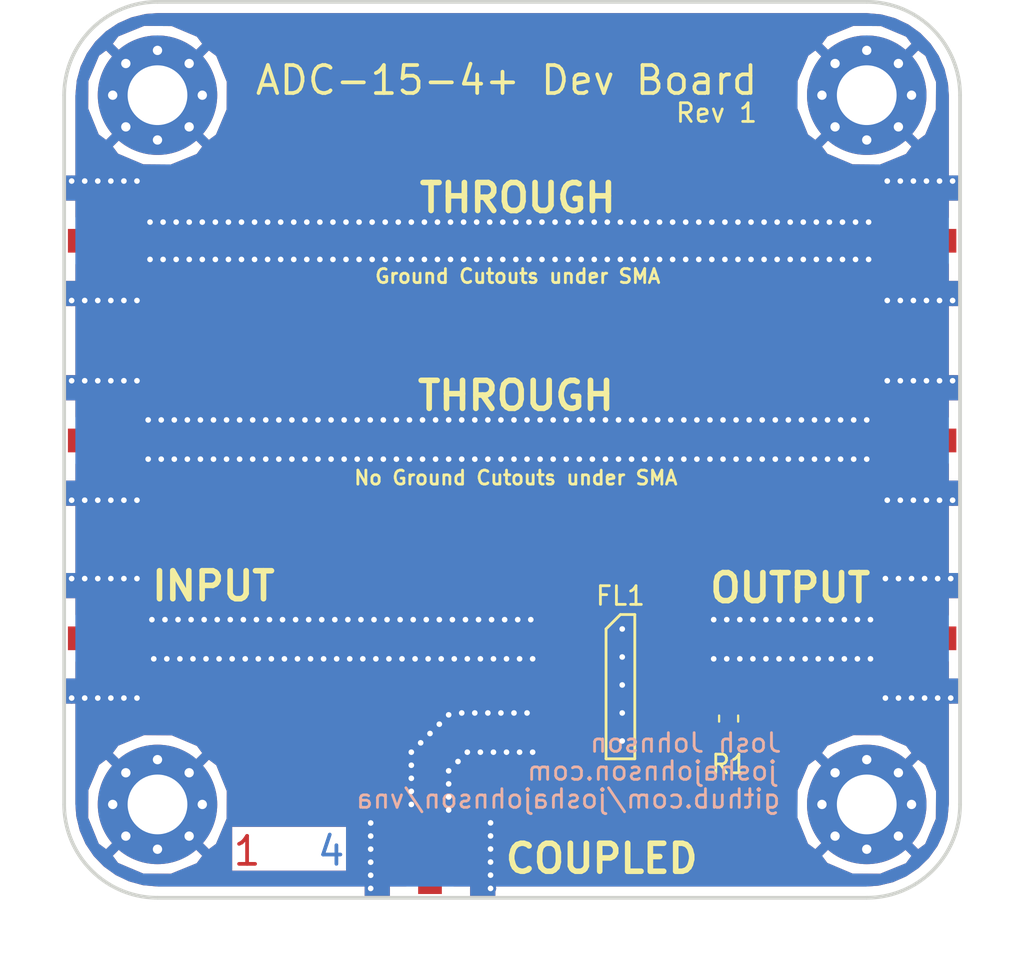
<source format=kicad_pcb>
(kicad_pcb (version 20171130) (host pcbnew "(5.0.2)-1")

  (general
    (thickness 1.6)
    (drawings 17)
    (tracks 439)
    (zones 0)
    (modules 16)
    (nets 9)
  )

  (page A4)
  (title_block
    (title "ADC-15-4 Dev Board")
    (date 2019-01-06)
    (rev 1)
    (company "Josh Johnson")
  )

  (layers
    (0 F.Cu signal)
    (1 In1.Cu signal)
    (2 In2.Cu signal)
    (31 B.Cu signal)
    (32 B.Adhes user)
    (33 F.Adhes user)
    (34 B.Paste user)
    (35 F.Paste user)
    (36 B.SilkS user)
    (37 F.SilkS user)
    (38 B.Mask user)
    (39 F.Mask user)
    (40 Dwgs.User user)
    (41 Cmts.User user)
    (42 Eco1.User user)
    (43 Eco2.User user)
    (44 Edge.Cuts user)
    (45 Margin user)
    (46 B.CrtYd user)
    (47 F.CrtYd user)
    (48 B.Fab user hide)
    (49 F.Fab user hide)
  )

  (setup
    (last_trace_width 0.25)
    (user_trace_width 0.31)
    (trace_clearance 0.2)
    (zone_clearance 0.5)
    (zone_45_only no)
    (trace_min 0.15)
    (segment_width 0.2)
    (edge_width 0.2)
    (via_size 0.8)
    (via_drill 0.4)
    (via_min_size 0.45)
    (via_min_drill 0.2)
    (user_via 0.45 0.2)
    (uvia_size 0.3)
    (uvia_drill 0.1)
    (uvias_allowed no)
    (uvia_min_size 0.2)
    (uvia_min_drill 0.1)
    (pcb_text_width 0.3)
    (pcb_text_size 1.5 1.5)
    (mod_edge_width 0.15)
    (mod_text_size 1 1)
    (mod_text_width 0.15)
    (pad_size 1.65 2.54)
    (pad_drill 0)
    (pad_to_mask_clearance 0.051)
    (solder_mask_min_width 0.25)
    (aux_axis_origin 0 0)
    (visible_elements 7FFFFFFF)
    (pcbplotparams
      (layerselection 0x010f8_ffffffff)
      (usegerberextensions true)
      (usegerberattributes false)
      (usegerberadvancedattributes false)
      (creategerberjobfile false)
      (excludeedgelayer true)
      (linewidth 0.100000)
      (plotframeref false)
      (viasonmask false)
      (mode 1)
      (useauxorigin false)
      (hpglpennumber 1)
      (hpglpenspeed 20)
      (hpglpendiameter 15.000000)
      (psnegative false)
      (psa4output false)
      (plotreference true)
      (plotvalue true)
      (plotinvisibletext false)
      (padsonsilk false)
      (subtractmaskfromsilk false)
      (outputformat 1)
      (mirror false)
      (drillshape 0)
      (scaleselection 1)
      (outputdirectory "ADC-15-4_Dev_Rev_1_Gerbers/"))
  )

  (net 0 "")
  (net 1 "Net-(FL1-Pad6)")
  (net 2 "Net-(FL1-Pad1)")
  (net 3 "Net-(FL1-Pad5)")
  (net 4 GND)
  (net 5 "Net-(FL1-Pad4)")
  (net 6 "Net-(FL1-Pad3)")
  (net 7 "Net-(J2-Pad1)")
  (net 8 "Net-(J6-Pad1)")

  (net_class Default "This is the default net class."
    (clearance 0.2)
    (trace_width 0.25)
    (via_dia 0.8)
    (via_drill 0.4)
    (uvia_dia 0.3)
    (uvia_drill 0.1)
    (add_net GND)
    (add_net "Net-(FL1-Pad1)")
    (add_net "Net-(FL1-Pad3)")
    (add_net "Net-(FL1-Pad4)")
    (add_net "Net-(FL1-Pad5)")
    (add_net "Net-(FL1-Pad6)")
    (add_net "Net-(J2-Pad1)")
    (add_net "Net-(J6-Pad1)")
  )

  (module VNA_Footprints:CD542 (layer F.Cu) (tedit 5C3149C1) (tstamp 5C3DE209)
    (at 226.9 91.1)
    (path /5C294AFE)
    (attr smd)
    (fp_text reference FL1 (at -0.097222 -4.27399) (layer F.SilkS)
      (effects (font (size 1 1) (thickness 0.15)))
    )
    (fp_text value ADC-15-4+ (at -0.097222 6.25) (layer F.Fab)
      (effects (font (size 1 1) (thickness 0.15)))
    )
    (fp_line (start -0.867222 -2.50399) (end -0.097222 -3.27399) (layer F.SilkS) (width 0.15))
    (fp_line (start -0.097222 -3.27399) (end 0.672778 -3.27399) (layer F.SilkS) (width 0.15))
    (fp_line (start 0.672778 -3.27399) (end 0.672778 4.45601) (layer F.SilkS) (width 0.15))
    (fp_line (start 0.672778 4.45601) (end -0.867222 4.45601) (layer F.SilkS) (width 0.15))
    (fp_line (start -0.867222 4.45601) (end -0.867222 -2.50399) (layer F.SilkS) (width 0.15))
    (fp_line (start 4.1 -3.4) (end 4.1 4.6) (layer F.CrtYd) (width 0.05))
    (fp_line (start 4.1 4.6) (end -4.25 4.6) (layer F.CrtYd) (width 0.05))
    (fp_line (start -4.25 4.6) (end -4.25 -3.4) (layer F.CrtYd) (width 0.05))
    (fp_line (start 4.1 -3.4) (end -4.25 -3.4) (layer F.CrtYd) (width 0.05))
    (pad 6 smd rect (at 2.442778 -1.94899 270) (size 1.65 2.54) (layers F.Cu F.Paste F.Mask)
      (net 1 "Net-(FL1-Pad6)"))
    (pad 1 smd rect (at -2.637222 -1.94899 270) (size 1.65 2.54) (layers F.Cu F.Paste F.Mask)
      (net 2 "Net-(FL1-Pad1)"))
    (pad 5 smd rect (at 2.442778 0.59101 270) (size 1.65 2.54) (layers F.Cu F.Paste F.Mask)
      (net 3 "Net-(FL1-Pad5)"))
    (pad 2 smd rect (at -2.637222 0.59101 270) (size 1.65 2.54) (layers F.Cu F.Paste F.Mask)
      (net 4 GND) (zone_connect 2))
    (pad 4 smd rect (at 2.442778 3.13101 270) (size 1.65 2.54) (layers F.Cu F.Paste F.Mask)
      (net 5 "Net-(FL1-Pad4)"))
    (pad 3 smd rect (at -2.637222 3.13101 270) (size 1.65 2.54) (layers F.Cu F.Paste F.Mask)
      (net 6 "Net-(FL1-Pad3)"))
    (model ${KISYS_USER_3D_MOD}/Mini-Circuits_CD542.step
      (offset (xyz 2.7 3.33 0))
      (scale (xyz 1 1 1))
      (rotate (xyz -90 0 90))
    )
  )

  (module VNA_Footprints:SMA_EDGE_MOUNT (layer F.Cu) (tedit 5C2973E8) (tstamp 5C35E184)
    (at 199.2 89.1 180)
    (descr http://suddendocs.samtec.com/prints/sma-j-p-x-st-em1-mkt.pdf)
    (tags SMA)
    (path /5C294C4E)
    (attr smd)
    (fp_text reference J1 (at 0 -5 180) (layer F.Fab)
      (effects (font (size 1 1) (thickness 0.15)))
    )
    (fp_text value "RF IN" (at 0 5 180) (layer F.Fab)
      (effects (font (size 1 1) (thickness 0.15)))
    )
    (fp_line (start 3.25 0) (end 2.25 0.75) (layer F.Fab) (width 0.1))
    (fp_line (start 2.25 -0.75) (end 3.25 0) (layer F.Fab) (width 0.1))
    (fp_text user %R (at 4.79 0 90) (layer F.Fab)
      (effects (font (size 1 1) (thickness 0.15)))
    )
    (fp_text user "PCB Edge" (at 3 0 270) (layer Dwgs.User)
      (effects (font (size 0.5 0.5) (thickness 0.1)))
    )
    (fp_line (start 2.2 -3.75) (end 2.2 3.75) (layer F.CrtYd) (width 0.15))
    (fp_line (start 2.2 3.75) (end -2.25 3.75) (layer F.CrtYd) (width 0.15))
    (fp_line (start -2.25 3.75) (end -2.25 -3.75) (layer F.CrtYd) (width 0.15))
    (fp_line (start -2.25 -3.75) (end 2.2 -3.75) (layer F.CrtYd) (width 0.15))
    (pad 2 smd rect (at 0 2.825 270) (size 1.35 4.2) (layers B.Cu B.Mask)
      (net 4 GND) (zone_connect 2))
    (pad 2 smd rect (at 0 -2.825 270) (size 1.35 4.2) (layers B.Cu B.Mask)
      (net 4 GND) (zone_connect 2))
    (pad 2 smd rect (at 0 2.825 270) (size 1.35 4.2) (layers F.Cu F.Mask)
      (net 4 GND) (zone_connect 2))
    (pad 2 smd rect (at 0 -2.825 270) (size 1.35 4.2) (layers F.Cu F.Mask)
      (net 4 GND) (zone_connect 2))
    (pad 1 smd rect (at 0.2 0 270) (size 1.27 3.6) (layers F.Cu F.Mask)
      (net 2 "Net-(FL1-Pad1)"))
    (model ${KISYS_USER_3D_MOD}/SMA_CONN_EDGE_MOUNT.step
      (offset (xyz 4 -3.2 3.5))
      (scale (xyz 1 1 1))
      (rotate (xyz -90 -180 -90))
    )
  )

  (module VNA_Footprints:SMA_EDGE_MOUNT (layer F.Cu) (tedit 5C2973E8) (tstamp 5C35E195)
    (at 199.2 67.8 180)
    (descr http://suddendocs.samtec.com/prints/sma-j-p-x-st-em1-mkt.pdf)
    (tags SMA)
    (path /5C29534C)
    (attr smd)
    (fp_text reference J2 (at 0.3 -5.5 180) (layer F.Fab)
      (effects (font (size 1 1) (thickness 0.15)))
    )
    (fp_text value "RF THRU IN" (at -2.2 5 180) (layer F.Fab)
      (effects (font (size 1 1) (thickness 0.15)))
    )
    (fp_line (start 3.25 0) (end 2.25 0.75) (layer F.Fab) (width 0.1))
    (fp_line (start 2.25 -0.75) (end 3.25 0) (layer F.Fab) (width 0.1))
    (fp_text user %R (at 4.79 0 90) (layer F.Fab)
      (effects (font (size 1 1) (thickness 0.15)))
    )
    (fp_text user "PCB Edge" (at 3 0 270) (layer Dwgs.User)
      (effects (font (size 0.5 0.5) (thickness 0.1)))
    )
    (fp_line (start 2.2 -3.75) (end 2.2 3.75) (layer F.CrtYd) (width 0.15))
    (fp_line (start 2.2 3.75) (end -2.25 3.75) (layer F.CrtYd) (width 0.15))
    (fp_line (start -2.25 3.75) (end -2.25 -3.75) (layer F.CrtYd) (width 0.15))
    (fp_line (start -2.25 -3.75) (end 2.2 -3.75) (layer F.CrtYd) (width 0.15))
    (pad 2 smd rect (at 0 2.825 270) (size 1.35 4.2) (layers B.Cu B.Mask)
      (net 4 GND) (zone_connect 2))
    (pad 2 smd rect (at 0 -2.825 270) (size 1.35 4.2) (layers B.Cu B.Mask)
      (net 4 GND) (zone_connect 2))
    (pad 2 smd rect (at 0 2.825 270) (size 1.35 4.2) (layers F.Cu F.Mask)
      (net 4 GND) (zone_connect 2))
    (pad 2 smd rect (at 0 -2.825 270) (size 1.35 4.2) (layers F.Cu F.Mask)
      (net 4 GND) (zone_connect 2))
    (pad 1 smd rect (at 0.2 0 270) (size 1.27 3.6) (layers F.Cu F.Mask)
      (net 7 "Net-(J2-Pad1)"))
    (model ${KISYS_USER_3D_MOD}/SMA_CONN_EDGE_MOUNT.step
      (offset (xyz 4 -3.2 3.5))
      (scale (xyz 1 1 1))
      (rotate (xyz -90 -180 -90))
    )
  )

  (module VNA_Footprints:SMA_EDGE_MOUNT (layer F.Cu) (tedit 5C2973E8) (tstamp 5C35E1A6)
    (at 216.6 100.8 270)
    (descr http://suddendocs.samtec.com/prints/sma-j-p-x-st-em1-mkt.pdf)
    (tags SMA)
    (path /5C294F08)
    (attr smd)
    (fp_text reference J3 (at -1.5 7 270) (layer F.Fab)
      (effects (font (size 1 1) (thickness 0.15)))
    )
    (fp_text value "RF COUPLED" (at -1.72 -7.11 270) (layer F.Fab)
      (effects (font (size 1 1) (thickness 0.15)))
    )
    (fp_line (start 3.25 0) (end 2.25 0.75) (layer F.Fab) (width 0.1))
    (fp_line (start 2.25 -0.75) (end 3.25 0) (layer F.Fab) (width 0.1))
    (fp_text user %R (at 4.79 0 180) (layer F.Fab)
      (effects (font (size 1 1) (thickness 0.15)))
    )
    (fp_text user "PCB Edge" (at 3 0) (layer Dwgs.User)
      (effects (font (size 0.5 0.5) (thickness 0.1)))
    )
    (fp_line (start 2.2 -3.75) (end 2.2 3.75) (layer F.CrtYd) (width 0.15))
    (fp_line (start 2.2 3.75) (end -2.25 3.75) (layer F.CrtYd) (width 0.15))
    (fp_line (start -2.25 3.75) (end -2.25 -3.75) (layer F.CrtYd) (width 0.15))
    (fp_line (start -2.25 -3.75) (end 2.2 -3.75) (layer F.CrtYd) (width 0.15))
    (pad 2 smd rect (at 0 2.825) (size 1.35 4.2) (layers B.Cu B.Mask)
      (net 4 GND) (zone_connect 2))
    (pad 2 smd rect (at 0 -2.825) (size 1.35 4.2) (layers B.Cu B.Mask)
      (net 4 GND) (zone_connect 2))
    (pad 2 smd rect (at 0 2.825) (size 1.35 4.2) (layers F.Cu F.Mask)
      (net 4 GND) (zone_connect 2))
    (pad 2 smd rect (at 0 -2.825) (size 1.35 4.2) (layers F.Cu F.Mask)
      (net 4 GND) (zone_connect 2))
    (pad 1 smd rect (at 0.2 0) (size 1.27 3.6) (layers F.Cu F.Mask)
      (net 6 "Net-(FL1-Pad3)"))
    (model ${KISYS_USER_3D_MOD}/SMA_CONN_EDGE_MOUNT.step
      (offset (xyz 4 -3.2 3.5))
      (scale (xyz 1 1 1))
      (rotate (xyz -90 -180 -90))
    )
  )

  (module VNA_Footprints:SMA_EDGE_MOUNT (layer F.Cu) (tedit 5C2973E8) (tstamp 5C35E1B7)
    (at 242.8 67.8)
    (descr http://suddendocs.samtec.com/prints/sma-j-p-x-st-em1-mkt.pdf)
    (tags SMA)
    (path /5C29549C)
    (attr smd)
    (fp_text reference J4 (at 0 5) (layer F.Fab)
      (effects (font (size 1 1) (thickness 0.15)))
    )
    (fp_text value "RF THRU OUT" (at -2.5 -5) (layer F.Fab)
      (effects (font (size 1 1) (thickness 0.15)))
    )
    (fp_line (start 3.25 0) (end 2.25 0.75) (layer F.Fab) (width 0.1))
    (fp_line (start 2.25 -0.75) (end 3.25 0) (layer F.Fab) (width 0.1))
    (fp_text user %R (at 4.79 0 270) (layer F.Fab)
      (effects (font (size 1 1) (thickness 0.15)))
    )
    (fp_text user "PCB Edge" (at 3 0 90) (layer Dwgs.User)
      (effects (font (size 0.5 0.5) (thickness 0.1)))
    )
    (fp_line (start 2.2 -3.75) (end 2.2 3.75) (layer F.CrtYd) (width 0.15))
    (fp_line (start 2.2 3.75) (end -2.25 3.75) (layer F.CrtYd) (width 0.15))
    (fp_line (start -2.25 3.75) (end -2.25 -3.75) (layer F.CrtYd) (width 0.15))
    (fp_line (start -2.25 -3.75) (end 2.2 -3.75) (layer F.CrtYd) (width 0.15))
    (pad 2 smd rect (at 0 2.825 90) (size 1.35 4.2) (layers B.Cu B.Mask)
      (net 4 GND) (zone_connect 2))
    (pad 2 smd rect (at 0 -2.825 90) (size 1.35 4.2) (layers B.Cu B.Mask)
      (net 4 GND) (zone_connect 2))
    (pad 2 smd rect (at 0 2.825 90) (size 1.35 4.2) (layers F.Cu F.Mask)
      (net 4 GND) (zone_connect 2))
    (pad 2 smd rect (at 0 -2.825 90) (size 1.35 4.2) (layers F.Cu F.Mask)
      (net 4 GND) (zone_connect 2))
    (pad 1 smd rect (at 0.2 0 90) (size 1.27 3.6) (layers F.Cu F.Mask)
      (net 7 "Net-(J2-Pad1)"))
    (model ${KISYS_USER_3D_MOD}/SMA_CONN_EDGE_MOUNT.step
      (offset (xyz 4 -3.2 3.5))
      (scale (xyz 1 1 1))
      (rotate (xyz -90 -180 -90))
    )
  )

  (module VNA_Footprints:SMA_EDGE_MOUNT (layer F.Cu) (tedit 5C2973E8) (tstamp 5C3DE1D7)
    (at 242.8 89.1)
    (descr http://suddendocs.samtec.com/prints/sma-j-p-x-st-em1-mkt.pdf)
    (tags SMA)
    (path /5C294C9B)
    (attr smd)
    (fp_text reference J5 (at -1.5 7) (layer F.Fab)
      (effects (font (size 1 1) (thickness 0.15)))
    )
    (fp_text value "RF OUT" (at -0.3 -5) (layer F.Fab)
      (effects (font (size 1 1) (thickness 0.15)))
    )
    (fp_line (start 3.25 0) (end 2.25 0.75) (layer F.Fab) (width 0.1))
    (fp_line (start 2.25 -0.75) (end 3.25 0) (layer F.Fab) (width 0.1))
    (fp_text user %R (at 4.79 0 270) (layer F.Fab)
      (effects (font (size 1 1) (thickness 0.15)))
    )
    (fp_text user "PCB Edge" (at 3 0 90) (layer Dwgs.User)
      (effects (font (size 0.5 0.5) (thickness 0.1)))
    )
    (fp_line (start 2.2 -3.75) (end 2.2 3.75) (layer F.CrtYd) (width 0.15))
    (fp_line (start 2.2 3.75) (end -2.25 3.75) (layer F.CrtYd) (width 0.15))
    (fp_line (start -2.25 3.75) (end -2.25 -3.75) (layer F.CrtYd) (width 0.15))
    (fp_line (start -2.25 -3.75) (end 2.2 -3.75) (layer F.CrtYd) (width 0.15))
    (pad 2 smd rect (at 0 2.825 90) (size 1.35 4.2) (layers B.Cu B.Mask)
      (net 4 GND) (zone_connect 2))
    (pad 2 smd rect (at 0 -2.825 90) (size 1.35 4.2) (layers B.Cu B.Mask)
      (net 4 GND) (zone_connect 2))
    (pad 2 smd rect (at 0 2.825 90) (size 1.35 4.2) (layers F.Cu F.Mask)
      (net 4 GND) (zone_connect 2))
    (pad 2 smd rect (at 0 -2.825 90) (size 1.35 4.2) (layers F.Cu F.Mask)
      (net 4 GND) (zone_connect 2))
    (pad 1 smd rect (at 0.2 0 90) (size 1.27 3.6) (layers F.Cu F.Mask)
      (net 1 "Net-(FL1-Pad6)"))
    (model ${KISYS_USER_3D_MOD}/SMA_CONN_EDGE_MOUNT.step
      (offset (xyz 4 -3.2 3.5))
      (scale (xyz 1 1 1))
      (rotate (xyz -90 -180 -90))
    )
  )

  (module VNA_Footprints:OSHW_Logo_3.6x3.6_F.Mask (layer F.Cu) (tedit 0) (tstamp 5C4E7A9B)
    (at 233.6 100.6)
    (fp_text reference G*** (at 0 0) (layer F.SilkS) hide
      (effects (font (size 1.524 1.524) (thickness 0.3)))
    )
    (fp_text value LOGO (at 0.75 0) (layer F.SilkS) hide
      (effects (font (size 1.524 1.524) (thickness 0.3)))
    )
    (fp_poly (pts (xy 0.046025 -1.386642) (xy 0.087086 -1.386332) (xy 0.123939 -1.385856) (xy 0.155448 -1.385237)
      (xy 0.180478 -1.384498) (xy 0.197893 -1.383663) (xy 0.206557 -1.382756) (xy 0.20721 -1.382529)
      (xy 0.209787 -1.376529) (xy 0.213922 -1.361213) (xy 0.219466 -1.337279) (xy 0.226268 -1.305427)
      (xy 0.234179 -1.266356) (xy 0.243047 -1.220763) (xy 0.250901 -1.17915) (xy 0.259151 -1.135399)
      (xy 0.267001 -1.094735) (xy 0.274225 -1.058252) (xy 0.280599 -1.027043) (xy 0.285898 -1.002202)
      (xy 0.289897 -0.984823) (xy 0.292372 -0.976) (xy 0.292802 -0.975166) (xy 0.299048 -0.971629)
      (xy 0.313151 -0.965084) (xy 0.333676 -0.956111) (xy 0.35919 -0.94529) (xy 0.388258 -0.9332)
      (xy 0.419446 -0.920422) (xy 0.45132 -0.907534) (xy 0.482447 -0.895118) (xy 0.511392 -0.883752)
      (xy 0.536721 -0.874017) (xy 0.556999 -0.866492) (xy 0.570794 -0.861758) (xy 0.576671 -0.860393)
      (xy 0.576678 -0.860395) (xy 0.581988 -0.863667) (xy 0.594724 -0.872072) (xy 0.613948 -0.884975)
      (xy 0.638724 -0.901743) (xy 0.668114 -0.92174) (xy 0.70118 -0.944331) (xy 0.736986 -0.968881)
      (xy 0.745656 -0.974838) (xy 0.782085 -0.999723) (xy 0.816148 -1.022694) (xy 0.846886 -1.043126)
      (xy 0.873339 -1.060394) (xy 0.894549 -1.073874) (xy 0.909556 -1.082941) (xy 0.917401 -1.086972)
      (xy 0.918086 -1.087121) (xy 0.923807 -1.083609) (xy 0.935602 -1.073708) (xy 0.95252 -1.058368)
      (xy 0.973609 -1.038542) (xy 0.997919 -1.01518) (xy 1.0245 -0.989233) (xy 1.0524 -0.961653)
      (xy 1.080669 -0.933391) (xy 1.108355 -0.905397) (xy 1.134508 -0.878624) (xy 1.158178 -0.854022)
      (xy 1.178412 -0.832542) (xy 1.194261 -0.815136) (xy 1.204774 -0.802754) (xy 1.208999 -0.796349)
      (xy 1.20904 -0.796062) (xy 1.206243 -0.789942) (xy 1.198279 -0.77647) (xy 1.185789 -0.756628)
      (xy 1.16941 -0.731402) (xy 1.149783 -0.701774) (xy 1.127547 -0.668731) (xy 1.103341 -0.633255)
      (xy 1.101788 -0.630995) (xy 1.077294 -0.595274) (xy 1.054499 -0.561861) (xy 1.03408 -0.531756)
      (xy 1.016708 -0.505962) (xy 1.00306 -0.485479) (xy 0.993807 -0.471308) (xy 0.989626 -0.46445)
      (xy 0.989568 -0.46433) (xy 0.988784 -0.459609) (xy 0.989912 -0.451769) (xy 0.993299 -0.439857)
      (xy 0.999292 -0.422916) (xy 1.008241 -0.399993) (xy 1.020491 -0.370133) (xy 1.03639 -0.332381)
      (xy 1.044749 -0.312748) (xy 1.061018 -0.275148) (xy 1.076011 -0.24149) (xy 1.089231 -0.212832)
      (xy 1.100175 -0.190228) (xy 1.108346 -0.174735) (xy 1.113243 -0.167408) (xy 1.11371 -0.167052)
      (xy 1.12056 -0.165072) (xy 1.136248 -0.161498) (xy 1.159616 -0.156566) (xy 1.189508 -0.150509)
      (xy 1.224767 -0.143561) (xy 1.264236 -0.135956) (xy 1.306757 -0.127929) (xy 1.311409 -0.12706)
      (xy 1.360146 -0.11782) (xy 1.403053 -0.109379) (xy 1.43939 -0.101898) (xy 1.468418 -0.095537)
      (xy 1.489397 -0.090456) (xy 1.501585 -0.086816) (xy 1.504451 -0.085286) (xy 1.505372 -0.078904)
      (xy 1.506225 -0.063497) (xy 1.506989 -0.040202) (xy 1.507638 -0.010153) (xy 1.508151 0.025514)
      (xy 1.508503 0.065663) (xy 1.508671 0.109159) (xy 1.508682 0.120027) (xy 1.508649 0.171548)
      (xy 1.508486 0.213801) (xy 1.508162 0.24768) (xy 1.507647 0.274077) (xy 1.506908 0.293884)
      (xy 1.505916 0.307996) (xy 1.504639 0.317303) (xy 1.503046 0.322699) (xy 1.501595 0.324741)
      (xy 1.495095 0.326999) (xy 1.479763 0.330799) (xy 1.456765 0.335898) (xy 1.427271 0.34205)
      (xy 1.39245 0.349013) (xy 1.35347 0.356543) (xy 1.312365 0.364236) (xy 1.26621 0.372897)
      (xy 1.224798 0.380981) (xy 1.189062 0.388286) (xy 1.159937 0.394611) (xy 1.138354 0.399758)
      (xy 1.125249 0.403525) (xy 1.121726 0.405133) (xy 1.117704 0.411585) (xy 1.110714 0.425987)
      (xy 1.101314 0.446948) (xy 1.090063 0.473082) (xy 1.077519 0.503) (xy 1.06424 0.535313)
      (xy 1.050785 0.568634) (xy 1.037712 0.601575) (xy 1.02558 0.632747) (xy 1.014946 0.660763)
      (xy 1.006369 0.684233) (xy 1.000408 0.701771) (xy 0.99762 0.711987) (xy 0.997556 0.713842)
      (xy 1.000901 0.719358) (xy 1.009348 0.732262) (xy 1.022236 0.751573) (xy 1.038906 0.776312)
      (xy 1.058697 0.805498) (xy 1.080948 0.838151) (xy 1.104512 0.872582) (xy 1.128487 0.907797)
      (xy 1.150526 0.940662) (xy 1.169982 0.970174) (xy 1.186209 0.995331) (xy 1.198558 1.01513)
      (xy 1.206383 1.028568) (xy 1.20904 1.034588) (xy 1.205537 1.040258) (xy 1.195662 1.052017)
      (xy 1.180363 1.068914) (xy 1.16059 1.089997) (xy 1.13729 1.114314) (xy 1.111414 1.140912)
      (xy 1.083908 1.168838) (xy 1.055723 1.197142) (xy 1.027807 1.22487) (xy 1.001109 1.251071)
      (xy 0.976578 1.274792) (xy 0.955162 1.295081) (xy 0.93781 1.310985) (xy 0.925471 1.321554)
      (xy 0.919094 1.325834) (xy 0.918792 1.32588) (xy 0.912917 1.323089) (xy 0.89969 1.315148)
      (xy 0.880102 1.302705) (xy 0.855147 1.286406) (xy 0.825814 1.2669) (xy 0.793098 1.244834)
      (xy 0.759274 1.22174) (xy 0.724192 1.197807) (xy 0.691493 1.175813) (xy 0.662179 1.156405)
      (xy 0.637247 1.140232) (xy 0.617696 1.127942) (xy 0.604527 1.120183) (xy 0.598812 1.1176)
      (xy 0.591386 1.11992) (xy 0.576894 1.126305) (xy 0.557157 1.13589) (xy 0.533991 1.14781)
      (xy 0.52335 1.153481) (xy 0.4978 1.166747) (xy 0.475514 1.177375) (xy 0.458172 1.184622)
      (xy 0.447456 1.187744) (xy 0.445823 1.187771) (xy 0.443235 1.186377) (xy 0.439874 1.182452)
      (xy 0.435467 1.175381) (xy 0.429738 1.164547) (xy 0.422414 1.149334) (xy 0.41322 1.129125)
      (xy 0.401884 1.103305) (xy 0.388129 1.071257) (xy 0.371684 1.032365) (xy 0.352272 0.986012)
      (xy 0.32962 0.931582) (xy 0.303454 0.868459) (xy 0.29886 0.857359) (xy 0.276257 0.802528)
      (xy 0.254911 0.750342) (xy 0.235128 0.701575) (xy 0.217213 0.656998) (xy 0.201473 0.617386)
      (xy 0.188212 0.58351) (xy 0.177736 0.556143) (xy 0.170352 0.53606) (xy 0.166364 0.524031)
      (xy 0.16576 0.520809) (xy 0.170949 0.514897) (xy 0.182723 0.504827) (xy 0.199234 0.492102)
      (xy 0.215173 0.480629) (xy 0.257327 0.44957) (xy 0.291753 0.420231) (xy 0.320203 0.390682)
      (xy 0.344432 0.358997) (xy 0.366194 0.323247) (xy 0.376863 0.302918) (xy 0.400756 0.244488)
      (xy 0.415076 0.184158) (xy 0.419979 0.122953) (xy 0.415623 0.061898) (xy 0.402163 0.002019)
      (xy 0.379756 -0.055658) (xy 0.348559 -0.110109) (xy 0.308727 -0.160308) (xy 0.305664 -0.163589)
      (xy 0.258017 -0.207167) (xy 0.204808 -0.242578) (xy 0.145354 -0.270245) (xy 0.11666 -0.280193)
      (xy 0.099933 -0.285026) (xy 0.084165 -0.288368) (xy 0.066854 -0.290481) (xy 0.045497 -0.291627)
      (xy 0.017593 -0.292065) (xy 0.00254 -0.2921) (xy -0.029085 -0.29189) (xy -0.053064 -0.291084)
      (xy -0.071907 -0.289422) (xy -0.088123 -0.286643) (xy -0.104222 -0.282484) (xy -0.11176 -0.280198)
      (xy -0.173754 -0.255795) (xy -0.230039 -0.22331) (xy -0.280031 -0.183237) (xy -0.323146 -0.136067)
      (xy -0.358799 -0.082293) (xy -0.368671 -0.0635) (xy -0.389244 -0.016643) (xy -0.402766 0.027726)
      (xy -0.41014 0.073443) (xy -0.412273 0.12192) (xy -0.407414 0.186989) (xy -0.393008 0.249065)
      (xy -0.369312 0.30751) (xy -0.336584 0.361687) (xy -0.296045 0.409975) (xy -0.27786 0.426971)
      (xy -0.254238 0.446791) (xy -0.228252 0.467052) (xy -0.202977 0.485368) (xy -0.181486 0.499354)
      (xy -0.178861 0.500883) (xy -0.167168 0.509785) (xy -0.160128 0.519264) (xy -0.159675 0.520648)
      (xy -0.161128 0.527322) (xy -0.166359 0.542833) (xy -0.175168 0.566671) (xy -0.187353 0.598326)
      (xy -0.202713 0.637287) (xy -0.221047 0.683043) (xy -0.242154 0.735085) (xy -0.265834 0.792901)
      (xy -0.289272 0.849679) (xy -0.3117 0.903781) (xy -0.333086 0.955286) (xy -0.353097 1.003399)
      (xy -0.371401 1.047325) (xy -0.387666 1.086268) (xy -0.401558 1.119433) (xy -0.412747 1.146026)
      (xy -0.420898 1.165249) (xy -0.425681 1.176309) (xy -0.426747 1.178609) (xy -0.43498 1.186716)
      (xy -0.441789 1.18872) (xy -0.449502 1.186394) (xy -0.464255 1.179995) (xy -0.48421 1.170387)
      (xy -0.50753 1.158437) (xy -0.518358 1.152672) (xy -0.548166 1.137192) (xy -0.571684 1.126189)
      (xy -0.588125 1.120007) (xy -0.596178 1.118837) (xy -0.60332 1.122269) (xy -0.617462 1.1307)
      (xy -0.637291 1.143286) (xy -0.661494 1.159184) (xy -0.688759 1.177551) (xy -0.70612 1.189461)
      (xy -0.753038 1.221822) (xy -0.792318 1.248815) (xy -0.824648 1.270892) (xy -0.850719 1.288506)
      (xy -0.871219 1.302109) (xy -0.886837 1.312155) (xy -0.898261 1.319097) (xy -0.906181 1.323388)
      (xy -0.911286 1.32548) (xy -0.913613 1.32588) (xy -0.918879 1.322399) (xy -0.930465 1.312478)
      (xy -0.94754 1.296897) (xy -0.969279 1.276437) (xy -0.994852 1.25188) (xy -1.023432 1.224006)
      (xy -1.054191 1.193597) (xy -1.060269 1.187541) (xy -1.091264 1.15647) (xy -1.11999 1.127382)
      (xy -1.145643 1.101112) (xy -1.167423 1.078494) (xy -1.184527 1.060363) (xy -1.196153 1.047552)
      (xy -1.201499 1.040896) (xy -1.201734 1.040413) (xy -1.202633 1.037436) (xy -1.202948 1.034393)
      (xy -1.202165 1.03046) (xy -1.199774 1.024812) (xy -1.195263 1.016624) (xy -1.188121 1.005072)
      (xy -1.177835 0.98933) (xy -1.163895 0.968575) (xy -1.145788 0.94198) (xy -1.123004 0.908721)
      (xy -1.095031 0.867973) (xy -1.092485 0.864266) (xy -1.068839 0.829625) (xy -1.047135 0.797438)
      (xy -1.028027 0.768706) (xy -1.012169 0.744428) (xy -1.000215 0.725605) (xy -0.992819 0.713237)
      (xy -0.9906 0.708469) (xy -0.992429 0.70207) (xy -0.99761 0.687455) (xy -1.005686 0.665826)
      (xy -1.016198 0.638385) (xy -1.028688 0.606333) (xy -1.0427 0.570874) (xy -1.049706 0.553307)
      (xy -1.067443 0.509314) (xy -1.081995 0.474051) (xy -1.093724 0.446727) (xy -1.102994 0.426551)
      (xy -1.110167 0.412734) (xy -1.115606 0.404485) (xy -1.119556 0.401059) (xy -1.126915 0.399121)
      (xy -1.143064 0.395609) (xy -1.166798 0.390762) (xy -1.196909 0.384819) (xy -1.232191 0.378018)
      (xy -1.271438 0.370597) (xy -1.310079 0.363414) (xy -1.351719 0.355616) (xy -1.390331 0.348154)
      (xy -1.424739 0.341273) (xy -1.45377 0.335217) (xy -1.476249 0.330232) (xy -1.491002 0.32656)
      (xy -1.496769 0.324531) (xy -1.498567 0.32136) (xy -1.500039 0.314541) (xy -1.501215 0.303211)
      (xy -1.502123 0.286509) (xy -1.502793 0.263571) (xy -1.503254 0.233536) (xy -1.503535 0.195541)
      (xy -1.503664 0.148724) (xy -1.50368 0.118875) (xy -1.50368 -0.081046) (xy -1.49225 -0.088098)
      (xy -1.484763 -0.0906) (xy -1.468464 -0.094628) (xy -1.444545 -0.099934) (xy -1.414198 -0.106268)
      (xy -1.378616 -0.113383) (xy -1.338991 -0.121029) (xy -1.296514 -0.128958) (xy -1.2954 -0.129162)
      (xy -1.253124 -0.13705) (xy -1.213892 -0.144626) (xy -1.178855 -0.151648) (xy -1.149164 -0.157874)
      (xy -1.12597 -0.163063) (xy -1.110424 -0.166974) (xy -1.103677 -0.169363) (xy -1.103595 -0.169434)
      (xy -1.09991 -0.175699) (xy -1.092978 -0.189894) (xy -1.083423 -0.210572) (xy -1.071866 -0.236287)
      (xy -1.05893 -0.265594) (xy -1.045237 -0.297046) (xy -1.031409 -0.329198) (xy -1.018069 -0.360603)
      (xy -1.005839 -0.389815) (xy -0.995341 -0.415389) (xy -0.987197 -0.435877) (xy -0.982031 -0.449835)
      (xy -0.98044 -0.455606) (xy -0.983233 -0.461425) (xy -0.991189 -0.474628) (xy -1.003681 -0.494251)
      (xy -1.020076 -0.519333) (xy -1.039746 -0.548911) (xy -1.062061 -0.582024) (xy -1.086389 -0.617707)
      (xy -1.090258 -0.623345) (xy -1.114952 -0.659462) (xy -1.137845 -0.69325) (xy -1.158287 -0.723726)
      (xy -1.175629 -0.749912) (xy -1.189222 -0.770825) (xy -1.198417 -0.785484) (xy -1.202566 -0.79291)
      (xy -1.202707 -0.793316) (xy -1.201946 -0.797421) (xy -1.197786 -0.804332) (xy -1.189683 -0.814645)
      (xy -1.177095 -0.828952) (xy -1.159479 -0.847846) (xy -1.136292 -0.871922) (xy -1.106992 -0.901774)
      (xy -1.071036 -0.937995) (xy -1.063801 -0.945251) (xy -1.027782 -0.981111) (xy -0.995644 -1.012622)
      (xy -0.967932 -1.039269) (xy -0.945194 -1.060539) (xy -0.927977 -1.075919) (xy -0.916826 -1.084895)
      (xy -0.912675 -1.08712) (xy -0.90644 -1.084328) (xy -0.892844 -1.076373) (xy -0.872867 -1.06389)
      (xy -0.847492 -1.047513) (xy -0.8177 -1.027878) (xy -0.784474 -1.005618) (xy -0.748795 -0.981369)
      (xy -0.744914 -0.978711) (xy -0.7089 -0.954072) (xy -0.675178 -0.931086) (xy -0.644747 -0.910427)
      (xy -0.618605 -0.89277) (xy -0.597752 -0.878789) (xy -0.583185 -0.869159) (xy -0.575904 -0.864554)
      (xy -0.575648 -0.864413) (xy -0.571195 -0.863059) (xy -0.564661 -0.863256) (xy -0.554941 -0.865369)
      (xy -0.540932 -0.869766) (xy -0.521529 -0.876813) (xy -0.495627 -0.886876) (xy -0.462123 -0.900323)
      (xy -0.438488 -0.909932) (xy -0.396634 -0.927019) (xy -0.363212 -0.940757) (xy -0.33724 -0.951618)
      (xy -0.317736 -0.960074) (xy -0.303719 -0.966597) (xy -0.294205 -0.97166) (xy -0.288214 -0.975734)
      (xy -0.284764 -0.979292) (xy -0.282872 -0.982807) (xy -0.282055 -0.98516) (xy -0.28044 -0.992264)
      (xy -0.277207 -1.008195) (xy -0.27258 -1.031785) (xy -0.266784 -1.061871) (xy -0.260042 -1.097286)
      (xy -0.25258 -1.136865) (xy -0.244622 -1.179442) (xy -0.243805 -1.183832) (xy -0.235748 -1.226519)
      (xy -0.228032 -1.266201) (xy -0.220896 -1.301734) (xy -0.21458 -1.331972) (xy -0.209324 -1.355772)
      (xy -0.205367 -1.371988) (xy -0.20295 -1.379476) (xy -0.202788 -1.379717) (xy -0.199758 -1.381563)
      (xy -0.193437 -1.383072) (xy -0.182937 -1.384273) (xy -0.167367 -1.385199) (xy -0.145841 -1.385879)
      (xy -0.117468 -1.386343) (xy -0.081361 -1.386624) (xy -0.03663 -1.38675) (xy 0.001892 -1.386763)
      (xy 0.046025 -1.386642)) (layer F.Mask) (width 0.01))
  )

  (module "VNA_Footprints:Josh Details" (layer B.Cu) (tedit 5C313E83) (tstamp 5C3DDEA3)
    (at 229.8 99 180)
    (fp_text reference REF** (at 0 5.6 180) (layer B.Fab)
      (effects (font (size 1 1) (thickness 0.15)) (justify mirror))
    )
    (fp_text value "Josh Details" (at 0 6.6 180) (layer B.Fab)
      (effects (font (size 1 1) (thickness 0.15)) (justify mirror))
    )
    (fp_text user github.com/joshajohnson/vna (at 5.8 1.3 180) (layer B.SilkS)
      (effects (font (size 1 1) (thickness 0.15)) (justify mirror))
    )
    (fp_text user joshajohnson.com (at 1.3 2.8 180) (layer B.SilkS)
      (effects (font (size 1 1) (thickness 0.15)) (justify mirror))
    )
    (fp_text user "Josh Johnson" (at -0.5 4.3) (layer B.SilkS)
      (effects (font (size 1 1) (thickness 0.15)) (justify mirror))
    )
  )

  (module Resistor_SMD:R_0603_1608Metric (layer F.Cu) (tedit 5C298E17) (tstamp 5C3DE1A7)
    (at 232.6 93.4 90)
    (descr "Resistor SMD 0603 (1608 Metric), square (rectangular) end terminal, IPC_7351 nominal, (Body size source: http://www.tortai-tech.com/upload/download/2011102023233369053.pdf), generated with kicad-footprint-generator")
    (tags resistor)
    (path /5C294D81)
    (attr smd)
    (fp_text reference R1 (at -2.45 0.05 180) (layer F.SilkS)
      (effects (font (size 1 1) (thickness 0.15)))
    )
    (fp_text value 49.9 (at 0 1.43 90) (layer F.Fab)
      (effects (font (size 1 1) (thickness 0.15)))
    )
    (fp_text user %R (at 0 0 90) (layer F.Fab)
      (effects (font (size 0.4 0.4) (thickness 0.06)))
    )
    (fp_line (start 1.48 0.73) (end -1.48 0.73) (layer F.CrtYd) (width 0.05))
    (fp_line (start 1.48 -0.73) (end 1.48 0.73) (layer F.CrtYd) (width 0.05))
    (fp_line (start -1.48 -0.73) (end 1.48 -0.73) (layer F.CrtYd) (width 0.05))
    (fp_line (start -1.48 0.73) (end -1.48 -0.73) (layer F.CrtYd) (width 0.05))
    (fp_line (start -0.162779 0.51) (end 0.162779 0.51) (layer F.SilkS) (width 0.12))
    (fp_line (start -0.162779 -0.51) (end 0.162779 -0.51) (layer F.SilkS) (width 0.12))
    (fp_line (start 0.8 0.4) (end -0.8 0.4) (layer F.Fab) (width 0.1))
    (fp_line (start 0.8 -0.4) (end 0.8 0.4) (layer F.Fab) (width 0.1))
    (fp_line (start -0.8 -0.4) (end 0.8 -0.4) (layer F.Fab) (width 0.1))
    (fp_line (start -0.8 0.4) (end -0.8 -0.4) (layer F.Fab) (width 0.1))
    (pad 2 smd roundrect (at 0.7875 0 90) (size 0.875 0.95) (layers F.Cu F.Paste F.Mask) (roundrect_rratio 0.25)
      (net 4 GND) (zone_connect 2))
    (pad 1 smd roundrect (at -0.7875 0 90) (size 0.875 0.95) (layers F.Cu F.Paste F.Mask) (roundrect_rratio 0.25)
      (net 5 "Net-(FL1-Pad4)"))
    (model ${KISYS3DMOD}/Resistor_SMD.3dshapes/R_0603_1608Metric.wrl
      (at (xyz 0 0 0))
      (scale (xyz 1 1 1))
      (rotate (xyz 0 0 0))
    )
  )

  (module MountingHole:MountingHole_3.2mm_M3_Pad_Via (layer F.Cu) (tedit 5C3142FB) (tstamp 5C3DD271)
    (at 202 98)
    (descr "Mounting Hole 3.2mm, M3")
    (tags "mounting hole 3.2mm m3")
    (path /5C31D2C1)
    (attr virtual)
    (fp_text reference H1 (at 0 -4.2) (layer F.Fab)
      (effects (font (size 1 1) (thickness 0.15)))
    )
    (fp_text value MountingHole_Pad (at 0 4.2) (layer F.Fab)
      (effects (font (size 1 1) (thickness 0.15)))
    )
    (fp_circle (center 0 0) (end 3.45 0) (layer F.CrtYd) (width 0.05))
    (fp_circle (center 0 0) (end 3.2 0) (layer Cmts.User) (width 0.15))
    (fp_text user %R (at 0.3 0) (layer F.Fab)
      (effects (font (size 1 1) (thickness 0.15)))
    )
    (pad 1 thru_hole circle (at 1.697056 -1.697056) (size 0.8 0.8) (drill 0.5) (layers *.Cu *.Mask)
      (net 4 GND))
    (pad 1 thru_hole circle (at 0 -2.4) (size 0.8 0.8) (drill 0.5) (layers *.Cu *.Mask)
      (net 4 GND))
    (pad 1 thru_hole circle (at -1.697056 -1.697056) (size 0.8 0.8) (drill 0.5) (layers *.Cu *.Mask)
      (net 4 GND))
    (pad 1 thru_hole circle (at -2.4 0) (size 0.8 0.8) (drill 0.5) (layers *.Cu *.Mask)
      (net 4 GND))
    (pad 1 thru_hole circle (at -1.697056 1.697056) (size 0.8 0.8) (drill 0.5) (layers *.Cu *.Mask)
      (net 4 GND))
    (pad 1 thru_hole circle (at 0 2.4) (size 0.8 0.8) (drill 0.5) (layers *.Cu *.Mask)
      (net 4 GND))
    (pad 1 thru_hole circle (at 1.697056 1.697056) (size 0.8 0.8) (drill 0.5) (layers *.Cu *.Mask)
      (net 4 GND))
    (pad 1 thru_hole circle (at 2.4 0) (size 0.8 0.8) (drill 0.5) (layers *.Cu *.Mask)
      (net 4 GND))
    (pad 1 thru_hole circle (at 0 0) (size 6.4 6.4) (drill 3.2) (layers *.Cu *.Mask)
      (net 4 GND))
  )

  (module MountingHole:MountingHole_3.2mm_M3_Pad_Via (layer F.Cu) (tedit 5C3142EC) (tstamp 5C3DD281)
    (at 240 98)
    (descr "Mounting Hole 3.2mm, M3")
    (tags "mounting hole 3.2mm m3")
    (path /5C31D3C1)
    (attr virtual)
    (fp_text reference H2 (at 0 -4.2) (layer F.Fab)
      (effects (font (size 1 1) (thickness 0.15)))
    )
    (fp_text value MountingHole_Pad (at 0 4.2) (layer F.Fab)
      (effects (font (size 1 1) (thickness 0.15)))
    )
    (fp_circle (center 0 0) (end 3.45 0) (layer F.CrtYd) (width 0.05))
    (fp_circle (center 0 0) (end 3.2 0) (layer Cmts.User) (width 0.15))
    (fp_text user %R (at 0.3 0) (layer F.Fab)
      (effects (font (size 1 1) (thickness 0.15)))
    )
    (pad 1 thru_hole circle (at 1.697056 -1.697056) (size 0.8 0.8) (drill 0.5) (layers *.Cu *.Mask)
      (net 4 GND))
    (pad 1 thru_hole circle (at 0 -2.4) (size 0.8 0.8) (drill 0.5) (layers *.Cu *.Mask)
      (net 4 GND))
    (pad 1 thru_hole circle (at -1.697056 -1.697056) (size 0.8 0.8) (drill 0.5) (layers *.Cu *.Mask)
      (net 4 GND))
    (pad 1 thru_hole circle (at -2.4 0) (size 0.8 0.8) (drill 0.5) (layers *.Cu *.Mask)
      (net 4 GND))
    (pad 1 thru_hole circle (at -1.697056 1.697056) (size 0.8 0.8) (drill 0.5) (layers *.Cu *.Mask)
      (net 4 GND))
    (pad 1 thru_hole circle (at 0 2.4) (size 0.8 0.8) (drill 0.5) (layers *.Cu *.Mask)
      (net 4 GND))
    (pad 1 thru_hole circle (at 1.697056 1.697056) (size 0.8 0.8) (drill 0.5) (layers *.Cu *.Mask)
      (net 4 GND))
    (pad 1 thru_hole circle (at 2.4 0) (size 0.8 0.8) (drill 0.5) (layers *.Cu *.Mask)
      (net 4 GND))
    (pad 1 thru_hole circle (at 0 0) (size 6.4 6.4) (drill 3.2) (layers *.Cu *.Mask)
      (net 4 GND))
  )

  (module MountingHole:MountingHole_3.2mm_M3_Pad_Via (layer F.Cu) (tedit 5C3142F1) (tstamp 5C3DD291)
    (at 240 60)
    (descr "Mounting Hole 3.2mm, M3")
    (tags "mounting hole 3.2mm m3")
    (path /5C31D22F)
    (attr virtual)
    (fp_text reference H3 (at 0 -4.2) (layer F.Fab)
      (effects (font (size 1 1) (thickness 0.15)))
    )
    (fp_text value MountingHole_Pad (at 0 4.2) (layer F.Fab)
      (effects (font (size 1 1) (thickness 0.15)))
    )
    (fp_text user %R (at 0.3 0) (layer F.Fab)
      (effects (font (size 1 1) (thickness 0.15)))
    )
    (fp_circle (center 0 0) (end 3.2 0) (layer Cmts.User) (width 0.15))
    (fp_circle (center 0 0) (end 3.45 0) (layer F.CrtYd) (width 0.05))
    (pad 1 thru_hole circle (at 0 0) (size 6.4 6.4) (drill 3.2) (layers *.Cu *.Mask)
      (net 4 GND))
    (pad 1 thru_hole circle (at 2.4 0) (size 0.8 0.8) (drill 0.5) (layers *.Cu *.Mask)
      (net 4 GND))
    (pad 1 thru_hole circle (at 1.697056 1.697056) (size 0.8 0.8) (drill 0.5) (layers *.Cu *.Mask)
      (net 4 GND))
    (pad 1 thru_hole circle (at 0 2.4) (size 0.8 0.8) (drill 0.5) (layers *.Cu *.Mask)
      (net 4 GND))
    (pad 1 thru_hole circle (at -1.697056 1.697056) (size 0.8 0.8) (drill 0.5) (layers *.Cu *.Mask)
      (net 4 GND))
    (pad 1 thru_hole circle (at -2.4 0) (size 0.8 0.8) (drill 0.5) (layers *.Cu *.Mask)
      (net 4 GND))
    (pad 1 thru_hole circle (at -1.697056 -1.697056) (size 0.8 0.8) (drill 0.5) (layers *.Cu *.Mask)
      (net 4 GND))
    (pad 1 thru_hole circle (at 0 -2.4) (size 0.8 0.8) (drill 0.5) (layers *.Cu *.Mask)
      (net 4 GND))
    (pad 1 thru_hole circle (at 1.697056 -1.697056) (size 0.8 0.8) (drill 0.5) (layers *.Cu *.Mask)
      (net 4 GND))
  )

  (module MountingHole:MountingHole_3.2mm_M3_Pad_Via (layer F.Cu) (tedit 5C3142F5) (tstamp 5C3DD2A1)
    (at 202 60)
    (descr "Mounting Hole 3.2mm, M3")
    (tags "mounting hole 3.2mm m3")
    (path /5C31D3BA)
    (attr virtual)
    (fp_text reference H4 (at 0 -4.2) (layer F.Fab)
      (effects (font (size 1 1) (thickness 0.15)))
    )
    (fp_text value MountingHole_Pad (at 0 4.2) (layer F.Fab)
      (effects (font (size 1 1) (thickness 0.15)))
    )
    (fp_text user %R (at 0.3 0) (layer F.Fab)
      (effects (font (size 1 1) (thickness 0.15)))
    )
    (fp_circle (center 0 0) (end 3.2 0) (layer Cmts.User) (width 0.15))
    (fp_circle (center 0 0) (end 3.45 0) (layer F.CrtYd) (width 0.05))
    (pad 1 thru_hole circle (at 0 0) (size 6.4 6.4) (drill 3.2) (layers *.Cu *.Mask)
      (net 4 GND))
    (pad 1 thru_hole circle (at 2.4 0) (size 0.8 0.8) (drill 0.5) (layers *.Cu *.Mask)
      (net 4 GND))
    (pad 1 thru_hole circle (at 1.697056 1.697056) (size 0.8 0.8) (drill 0.5) (layers *.Cu *.Mask)
      (net 4 GND))
    (pad 1 thru_hole circle (at 0 2.4) (size 0.8 0.8) (drill 0.5) (layers *.Cu *.Mask)
      (net 4 GND))
    (pad 1 thru_hole circle (at -1.697056 1.697056) (size 0.8 0.8) (drill 0.5) (layers *.Cu *.Mask)
      (net 4 GND))
    (pad 1 thru_hole circle (at -2.4 0) (size 0.8 0.8) (drill 0.5) (layers *.Cu *.Mask)
      (net 4 GND))
    (pad 1 thru_hole circle (at -1.697056 -1.697056) (size 0.8 0.8) (drill 0.5) (layers *.Cu *.Mask)
      (net 4 GND))
    (pad 1 thru_hole circle (at 0 -2.4) (size 0.8 0.8) (drill 0.5) (layers *.Cu *.Mask)
      (net 4 GND))
    (pad 1 thru_hole circle (at 1.697056 -1.697056) (size 0.8 0.8) (drill 0.5) (layers *.Cu *.Mask)
      (net 4 GND))
  )

  (module VNA_Footprints:SMA_EDGE_MOUNT (layer F.Cu) (tedit 5C2973E8) (tstamp 5C3DD48B)
    (at 199.2 78.5 180)
    (descr http://suddendocs.samtec.com/prints/sma-j-p-x-st-em1-mkt.pdf)
    (tags SMA)
    (path /5C31DAB5)
    (attr smd)
    (fp_text reference J6 (at -1.5 7 180) (layer F.Fab)
      (effects (font (size 1 1) (thickness 0.15)))
    )
    (fp_text value "RF THRU IN 2" (at -0.3 -5 180) (layer F.Fab)
      (effects (font (size 1 1) (thickness 0.15)))
    )
    (fp_line (start -2.25 -3.75) (end 2.2 -3.75) (layer F.CrtYd) (width 0.15))
    (fp_line (start -2.25 3.75) (end -2.25 -3.75) (layer F.CrtYd) (width 0.15))
    (fp_line (start 2.2 3.75) (end -2.25 3.75) (layer F.CrtYd) (width 0.15))
    (fp_line (start 2.2 -3.75) (end 2.2 3.75) (layer F.CrtYd) (width 0.15))
    (fp_text user "PCB Edge" (at 3 0 270) (layer Dwgs.User)
      (effects (font (size 0.5 0.5) (thickness 0.1)))
    )
    (fp_text user %R (at 4.79 0 90) (layer F.Fab)
      (effects (font (size 1 1) (thickness 0.15)))
    )
    (fp_line (start 2.25 -0.75) (end 3.25 0) (layer F.Fab) (width 0.1))
    (fp_line (start 3.25 0) (end 2.25 0.75) (layer F.Fab) (width 0.1))
    (pad 1 smd rect (at 0.2 0 270) (size 1.27 3.6) (layers F.Cu F.Mask)
      (net 8 "Net-(J6-Pad1)"))
    (pad 2 smd rect (at 0 -2.825 270) (size 1.35 4.2) (layers F.Cu F.Mask)
      (net 4 GND) (zone_connect 2))
    (pad 2 smd rect (at 0 2.825 270) (size 1.35 4.2) (layers F.Cu F.Mask)
      (net 4 GND) (zone_connect 2))
    (pad 2 smd rect (at 0 -2.825 270) (size 1.35 4.2) (layers B.Cu B.Mask)
      (net 4 GND) (zone_connect 2))
    (pad 2 smd rect (at 0 2.825 270) (size 1.35 4.2) (layers B.Cu B.Mask)
      (net 4 GND) (zone_connect 2))
    (model ${KISYS_USER_3D_MOD}/SMA_CONN_EDGE_MOUNT.step
      (offset (xyz 4 -3.2 3.5))
      (scale (xyz 1 1 1))
      (rotate (xyz -90 -180 -90))
    )
  )

  (module VNA_Footprints:SMA_EDGE_MOUNT (layer F.Cu) (tedit 5C2973E8) (tstamp 5C3DD60C)
    (at 242.8 78.5)
    (descr http://suddendocs.samtec.com/prints/sma-j-p-x-st-em1-mkt.pdf)
    (tags SMA)
    (path /5C31DAC3)
    (attr smd)
    (fp_text reference J7 (at -1.5 7) (layer F.Fab)
      (effects (font (size 1 1) (thickness 0.15)))
    )
    (fp_text value "RF THRU OUT 2" (at -0.3 -5) (layer F.Fab)
      (effects (font (size 1 1) (thickness 0.15)))
    )
    (fp_line (start 3.25 0) (end 2.25 0.75) (layer F.Fab) (width 0.1))
    (fp_line (start 2.25 -0.75) (end 3.25 0) (layer F.Fab) (width 0.1))
    (fp_text user %R (at 4.79 0 270) (layer F.Fab)
      (effects (font (size 1 1) (thickness 0.15)))
    )
    (fp_text user "PCB Edge" (at 3 0 90) (layer Dwgs.User)
      (effects (font (size 0.5 0.5) (thickness 0.1)))
    )
    (fp_line (start 2.2 -3.75) (end 2.2 3.75) (layer F.CrtYd) (width 0.15))
    (fp_line (start 2.2 3.75) (end -2.25 3.75) (layer F.CrtYd) (width 0.15))
    (fp_line (start -2.25 3.75) (end -2.25 -3.75) (layer F.CrtYd) (width 0.15))
    (fp_line (start -2.25 -3.75) (end 2.2 -3.75) (layer F.CrtYd) (width 0.15))
    (pad 2 smd rect (at 0 2.825 90) (size 1.35 4.2) (layers B.Cu B.Mask)
      (net 4 GND) (zone_connect 2))
    (pad 2 smd rect (at 0 -2.825 90) (size 1.35 4.2) (layers B.Cu B.Mask)
      (net 4 GND) (zone_connect 2))
    (pad 2 smd rect (at 0 2.825 90) (size 1.35 4.2) (layers F.Cu F.Mask)
      (net 4 GND) (zone_connect 2))
    (pad 2 smd rect (at 0 -2.825 90) (size 1.35 4.2) (layers F.Cu F.Mask)
      (net 4 GND) (zone_connect 2))
    (pad 1 smd rect (at 0.2 0 90) (size 1.27 3.6) (layers F.Cu F.Mask)
      (net 8 "Net-(J6-Pad1)"))
    (model ${KISYS_USER_3D_MOD}/SMA_CONN_EDGE_MOUNT.step
      (offset (xyz 4 -3.2 3.5))
      (scale (xyz 1 1 1))
      (rotate (xyz -90 -180 -90))
    )
  )

  (module VNA_Footprints:4LayerCheck (layer F.Cu) (tedit 5C2839ED) (tstamp 5C3DDE51)
    (at 209.3 100.5)
    (fp_text reference REF** (at 0.5 -4) (layer F.Fab)
      (effects (font (size 1 1) (thickness 0.15)))
    )
    (fp_text value 4LayerCheck (at 0.5 4.25) (layer F.Fab)
      (effects (font (size 1 1) (thickness 0.15)))
    )
    (fp_poly (pts (xy -3.25 -1.25) (xy 2.75 -1.25) (xy 2.75 1) (xy -3.25 1)) (layer B.Mask) (width 0.15))
    (fp_poly (pts (xy -3.25 -1.25) (xy 2.75 -1.25) (xy 2.75 1) (xy -3.25 1)) (layer F.Mask) (width 0.15))
    (fp_text user 4 (at 2 0) (layer B.Cu)
      (effects (font (size 1.5 1.5) (thickness 0.2)))
    )
    (fp_text user 3 (at 0.5 0) (layer In2.Cu)
      (effects (font (size 1.5 1.5) (thickness 0.2)))
    )
    (fp_text user 2 (at -1 0) (layer In1.Cu)
      (effects (font (size 1.5 1.5) (thickness 0.2)))
    )
    (fp_text user 1 (at -2.5 0) (layer F.Cu)
      (effects (font (size 1.5 1.5) (thickness 0.2)))
    )
  )

  (gr_text "Ground Cutouts under SMA" (at 221.3 69.7) (layer F.SilkS)
    (effects (font (size 0.75 0.75) (thickness 0.15)))
  )
  (gr_text THROUGH (at 221.3 65.5) (layer F.SilkS) (tstamp 5C29645E)
    (effects (font (size 1.5 1.5) (thickness 0.3)))
  )
  (gr_text THROUGH (at 221.2 76.1) (layer F.SilkS) (tstamp 5C3DDE10)
    (effects (font (size 1.5 1.5) (thickness 0.3)))
  )
  (gr_text "No Ground Cutouts under SMA" (at 221.2 80.5) (layer F.SilkS) (tstamp 5C3DDE0F)
    (effects (font (size 0.75 0.75) (thickness 0.15)))
  )
  (gr_line (start 197 98) (end 197 60) (layer Edge.Cuts) (width 0.2) (tstamp 5C3DD20F))
  (gr_arc (start 202 98) (end 197 98) (angle -90) (layer Edge.Cuts) (width 0.2) (tstamp 5C3DD20E))
  (gr_line (start 240 103) (end 202 103) (layer Edge.Cuts) (width 0.2) (tstamp 5C3DD20D))
  (gr_arc (start 202 60) (end 202 55) (angle -90) (layer Edge.Cuts) (width 0.2) (tstamp 5C3DD20C))
  (gr_arc (start 240 98) (end 240 103) (angle -90) (layer Edge.Cuts) (width 0.2) (tstamp 5C3DD1FB))
  (gr_line (start 245 60) (end 245 98) (layer Edge.Cuts) (width 0.2) (tstamp 5C3DD1FA))
  (gr_arc (start 240 60) (end 245 60) (angle -90) (layer Edge.Cuts) (width 0.2))
  (gr_line (start 202 55) (end 240 55) (layer Edge.Cuts) (width 0.2))
  (gr_text "Rev 1" (at 231.95 60.95) (layer F.SilkS)
    (effects (font (size 1 1) (thickness 0.15)))
  )
  (gr_text "ADC-15-4+ Dev Board" (at 220.7 59.2) (layer F.SilkS)
    (effects (font (size 1.5 1.5) (thickness 0.2)))
  )
  (gr_text COUPLED (at 225.8 100.9) (layer F.SilkS)
    (effects (font (size 1.5 1.5) (thickness 0.3)))
  )
  (gr_text OUTPUT (at 235.9 86.4) (layer F.SilkS) (tstamp 5C3DE252)
    (effects (font (size 1.5 1.5) (thickness 0.3)))
  )
  (gr_text INPUT (at 205 86.3) (layer F.SilkS) (tstamp 5C3DE24F)
    (effects (font (size 1.5 1.5) (thickness 0.3)))
  )

  (segment (start 229.393788 89.1) (end 229.342778 89.15101) (width 0.85) (layer F.Cu) (net 1) (tstamp 5C3DE24C))
  (segment (start 242.94899 89.15101) (end 243 89.1) (width 0.31) (layer F.Cu) (net 1))
  (segment (start 229.342778 89.15101) (end 242.94899 89.15101) (width 0.31) (layer F.Cu) (net 1))
  (segment (start 224.211768 89.1) (end 224.262778 89.15101) (width 0.93) (layer F.Cu) (net 2) (tstamp 5C3DE249))
  (segment (start 199.05101 89.15101) (end 199 89.1) (width 0.31) (layer F.Cu) (net 2))
  (segment (start 224.262778 89.15101) (end 199.05101 89.15101) (width 0.31) (layer F.Cu) (net 2))
  (via (at 197.4 64.6) (size 0.6) (drill 0.3) (layers F.Cu B.Cu) (net 4))
  (via (at 197.4 71) (size 0.6) (drill 0.3) (layers F.Cu B.Cu) (net 4) (tstamp 5C35F2ED))
  (via (at 244.6 71) (size 0.6) (drill 0.3) (layers F.Cu B.Cu) (net 4) (tstamp 5C35F2F4))
  (via (at 244.6 64.6) (size 0.6) (drill 0.3) (layers F.Cu B.Cu) (net 4) (tstamp 5C35F2FF))
  (via (at 243.8 85.9) (size 0.6) (drill 0.3) (layers F.Cu B.Cu) (net 4) (tstamp 5C3DE27C))
  (via (at 243.1 85.9) (size 0.6) (drill 0.3) (layers F.Cu B.Cu) (net 4) (tstamp 5C3DE2A3))
  (via (at 242.4 85.9) (size 0.6) (drill 0.3) (layers F.Cu B.Cu) (net 4) (tstamp 5C3DE279))
  (via (at 241.7 85.9) (size 0.6) (drill 0.3) (layers F.Cu B.Cu) (net 4) (tstamp 5C3DE2AC))
  (via (at 241 85.9) (size 0.6) (drill 0.3) (layers F.Cu B.Cu) (net 4) (tstamp 5C3DE285))
  (via (at 242.4 92.3) (size 0.6) (drill 0.3) (layers F.Cu B.Cu) (net 4) (tstamp 5C3DE28B))
  (via (at 243.1 92.3) (size 0.6) (drill 0.3) (layers F.Cu B.Cu) (net 4) (tstamp 5C3DE27F))
  (via (at 241.7 92.3) (size 0.6) (drill 0.3) (layers F.Cu B.Cu) (net 4) (tstamp 5C3DE2AF))
  (via (at 243.8 92.3) (size 0.6) (drill 0.3) (layers F.Cu B.Cu) (net 4) (tstamp 5C3DE282))
  (via (at 241 92.3) (size 0.6) (drill 0.3) (layers F.Cu B.Cu) (net 4) (tstamp 5C3DE288))
  (via (at 213.422534 101.793721) (size 0.6) (drill 0.3) (layers F.Cu B.Cu) (net 4) (tstamp 5C35F31B))
  (via (at 213.422534 100.393721) (size 0.6) (drill 0.3) (layers F.Cu B.Cu) (net 4) (tstamp 5C35F31C))
  (via (at 213.422534 98.993721) (size 0.6) (drill 0.3) (layers F.Cu B.Cu) (net 4) (tstamp 5C35F31D))
  (via (at 213.422534 101.093721) (size 0.6) (drill 0.3) (layers F.Cu B.Cu) (net 4) (tstamp 5C35F31E))
  (via (at 213.422534 99.693721) (size 0.6) (drill 0.3) (layers F.Cu B.Cu) (net 4) (tstamp 5C35F31F))
  (via (at 219.845068 101.787442) (size 0.6) (drill 0.3) (layers F.Cu B.Cu) (net 4) (tstamp 5C35F32F))
  (via (at 219.845068 101.087442) (size 0.6) (drill 0.3) (layers F.Cu B.Cu) (net 4) (tstamp 5C35F330))
  (via (at 219.845068 100.387442) (size 0.6) (drill 0.3) (layers F.Cu B.Cu) (net 4) (tstamp 5C35F331))
  (via (at 219.845068 99.687442) (size 0.6) (drill 0.3) (layers F.Cu B.Cu) (net 4) (tstamp 5C35F332))
  (via (at 219.845068 98.987442) (size 0.6) (drill 0.3) (layers F.Cu B.Cu) (net 4) (tstamp 5C35F333))
  (via (at 198.8 85.9) (size 0.6) (drill 0.3) (layers F.Cu B.Cu) (net 4) (tstamp 5C3DE2A9))
  (via (at 199.5 85.9) (size 0.6) (drill 0.3) (layers F.Cu B.Cu) (net 4) (tstamp 5C3DE2A6))
  (via (at 198.1 85.9) (size 0.6) (drill 0.3) (layers F.Cu B.Cu) (net 4) (tstamp 5C3DE2A0))
  (via (at 200.2 85.9) (size 0.6) (drill 0.3) (layers F.Cu B.Cu) (net 4) (tstamp 5C3DE29D))
  (via (at 197.4 85.9) (size 0.6) (drill 0.3) (layers F.Cu B.Cu) (net 4) (tstamp 5C3DE29A))
  (via (at 198.1 92.3) (size 0.6) (drill 0.3) (layers F.Cu B.Cu) (net 4) (tstamp 5C3DE297))
  (via (at 199.5 92.3) (size 0.6) (drill 0.3) (layers F.Cu B.Cu) (net 4) (tstamp 5C3DE294))
  (via (at 197.4 92.3) (size 0.6) (drill 0.3) (layers F.Cu B.Cu) (net 4) (tstamp 5C3DE291))
  (via (at 200.2 92.3) (size 0.6) (drill 0.3) (layers F.Cu B.Cu) (net 4) (tstamp 5C3DE28E))
  (via (at 198.8 92.3) (size 0.6) (drill 0.3) (layers F.Cu B.Cu) (net 4) (tstamp 5C3DE23A))
  (via (at 226.9 91.6) (size 0.6) (drill 0.3) (layers F.Cu B.Cu) (net 4) (tstamp 5C3DE237))
  (via (at 226.9 90.1) (size 0.6) (drill 0.3) (layers F.Cu B.Cu) (net 4) (tstamp 5C3DE234))
  (via (at 226.9 88.6) (size 0.6) (drill 0.3) (layers F.Cu B.Cu) (net 4) (tstamp 5C3DE23D))
  (via (at 226.9 93.1) (size 0.6) (drill 0.3) (layers F.Cu B.Cu) (net 4) (tstamp 5C3DE231))
  (via (at 226.9 94.6) (size 0.6) (drill 0.3) (layers F.Cu B.Cu) (net 4) (tstamp 5C3DE22E))
  (via (at 219.7 93.1) (size 0.6) (drill 0.3) (layers F.Cu B.Cu) (net 4) (tstamp 5C3DE195))
  (via (at 216.1 94.7) (size 0.6) (drill 0.3) (layers F.Cu B.Cu) (net 4))
  (via (at 216.6 94.2) (size 0.6) (drill 0.3) (layers F.Cu B.Cu) (net 4))
  (via (at 217.1 93.7) (size 0.6) (drill 0.3) (layers F.Cu B.Cu) (net 4))
  (via (at 217.6 93.2) (size 0.6) (drill 0.3) (layers F.Cu B.Cu) (net 4) (tstamp 5C3DE276))
  (via (at 219 93.1) (size 0.6) (drill 0.3) (layers F.Cu B.Cu) (net 4) (tstamp 5C3DE26D))
  (via (at 220.4 93.1) (size 0.6) (drill 0.3) (layers F.Cu B.Cu) (net 4) (tstamp 5C3DE270))
  (via (at 221.1 93.1) (size 0.6) (drill 0.3) (layers F.Cu B.Cu) (net 4) (tstamp 5C3DE273))
  (via (at 221.8 93.1) (size 0.6) (drill 0.3) (layers F.Cu B.Cu) (net 4) (tstamp 5C3DE267))
  (via (at 218.3 93.1) (size 0.6) (drill 0.3) (layers F.Cu B.Cu) (net 4) (tstamp 5C3DE26A))
  (via (at 244.6 75.3) (size 0.6) (drill 0.3) (layers F.Cu B.Cu) (net 4) (tstamp 5C3DDBCB))
  (via (at 242.5 75.3) (size 0.6) (drill 0.3) (layers F.Cu B.Cu) (net 4) (tstamp 5C3DDBCC))
  (via (at 243.2 75.3) (size 0.6) (drill 0.3) (layers F.Cu B.Cu) (net 4) (tstamp 5C3DDBCD))
  (via (at 243.9 75.3) (size 0.6) (drill 0.3) (layers F.Cu B.Cu) (net 4) (tstamp 5C3DDBCE))
  (via (at 241.8 75.3) (size 0.6) (drill 0.3) (layers F.Cu B.Cu) (net 4) (tstamp 5C3DDBCF))
  (via (at 241.8 81.7) (size 0.6) (drill 0.3) (layers F.Cu B.Cu) (net 4) (tstamp 5C3DDBD5))
  (via (at 244.6 81.7) (size 0.6) (drill 0.3) (layers F.Cu B.Cu) (net 4) (tstamp 5C3DDBD6))
  (via (at 243.9 81.7) (size 0.6) (drill 0.3) (layers F.Cu B.Cu) (net 4) (tstamp 5C3DDBD7))
  (via (at 243.2 81.7) (size 0.6) (drill 0.3) (layers F.Cu B.Cu) (net 4) (tstamp 5C3DDBD8))
  (via (at 242.5 81.7) (size 0.6) (drill 0.3) (layers F.Cu B.Cu) (net 4) (tstamp 5C3DDBD9))
  (via (at 197.4 81.7) (size 0.6) (drill 0.3) (layers F.Cu B.Cu) (net 4) (tstamp 5C3DDBDF))
  (via (at 200.2 81.7) (size 0.6) (drill 0.3) (layers F.Cu B.Cu) (net 4) (tstamp 5C3DDBE0))
  (via (at 199.5 81.7) (size 0.6) (drill 0.3) (layers F.Cu B.Cu) (net 4) (tstamp 5C3DDBE1))
  (via (at 198.8 81.7) (size 0.6) (drill 0.3) (layers F.Cu B.Cu) (net 4) (tstamp 5C3DDBE2))
  (via (at 198.1 81.7) (size 0.6) (drill 0.3) (layers F.Cu B.Cu) (net 4) (tstamp 5C3DDBE3))
  (via (at 197.4 75.3) (size 0.6) (drill 0.3) (layers F.Cu B.Cu) (net 4) (tstamp 5C3DDBE9))
  (via (at 198.8 75.3) (size 0.6) (drill 0.3) (layers F.Cu B.Cu) (net 4) (tstamp 5C3DDBEA))
  (via (at 198.1 75.3) (size 0.6) (drill 0.3) (layers F.Cu B.Cu) (net 4) (tstamp 5C3DDBEB))
  (via (at 199.5 75.3) (size 0.6) (drill 0.3) (layers F.Cu B.Cu) (net 4) (tstamp 5C3DDBEC))
  (via (at 200.2 75.3) (size 0.6) (drill 0.3) (layers F.Cu B.Cu) (net 4) (tstamp 5C3DDBED))
  (via (at 200.9 75.3) (size 0.6) (drill 0.3) (layers F.Cu B.Cu) (net 4) (tstamp 5C3DDC14))
  (via (at 200.9 85.9) (size 0.6) (drill 0.3) (layers F.Cu B.Cu) (net 4) (tstamp 5C3DE18F))
  (via (at 200.9 92.3) (size 0.6) (drill 0.3) (layers F.Cu B.Cu) (net 4) (tstamp 5C3DE192))
  (via (at 219.845068 102.5) (size 0.6) (drill 0.3) (layers F.Cu B.Cu) (net 4) (tstamp 5C3DDD76))
  (via (at 213.422534 102.5) (size 0.6) (drill 0.3) (layers F.Cu B.Cu) (net 4) (tstamp 5C3DDDBA))
  (via (at 200.9 81.7) (size 0.6) (drill 0.3) (layers F.Cu B.Cu) (net 4) (tstamp 5C3DDDDD))
  (via (at 241.1 75.3) (size 0.6) (drill 0.3) (layers F.Cu B.Cu) (net 4) (tstamp 5C3DDDE3))
  (via (at 241.1 81.7) (size 0.6) (drill 0.3) (layers F.Cu B.Cu) (net 4) (tstamp 5C3DDDE5))
  (via (at 241.1 64.6) (size 0.6) (drill 0.3) (layers F.Cu B.Cu) (net 4) (tstamp 5C3DDDDF))
  (via (at 200.9 71) (size 0.6) (drill 0.3) (layers F.Cu B.Cu) (net 4) (tstamp 5C3DDC16))
  (via (at 241.1 71) (size 0.6) (drill 0.3) (layers F.Cu B.Cu) (net 4) (tstamp 5C3DDDE1))
  (via (at 200.9 64.6) (size 0.6) (drill 0.3) (layers F.Cu B.Cu) (net 4) (tstamp 5C3DDC18))
  (via (at 200.2 71) (size 0.6) (drill 0.3) (layers F.Cu B.Cu) (net 4) (tstamp 5C35F2EA))
  (via (at 243.9 64.6) (size 0.6) (drill 0.3) (layers F.Cu B.Cu) (net 4) (tstamp 5C35F300))
  (via (at 242.5 64.6) (size 0.6) (drill 0.3) (layers F.Cu B.Cu) (net 4) (tstamp 5C35F2FD))
  (via (at 200.2 64.6) (size 0.6) (drill 0.3) (layers F.Cu B.Cu) (net 4))
  (via (at 198.1 71) (size 0.6) (drill 0.3) (layers F.Cu B.Cu) (net 4) (tstamp 5C35F2EC))
  (via (at 241.8 71) (size 0.6) (drill 0.3) (layers F.Cu B.Cu) (net 4) (tstamp 5C35F2F7))
  (via (at 243.9 71) (size 0.6) (drill 0.3) (layers F.Cu B.Cu) (net 4) (tstamp 5C35F2F6))
  (via (at 199.5 64.6) (size 0.6) (drill 0.3) (layers F.Cu B.Cu) (net 4))
  (via (at 243.2 64.6) (size 0.6) (drill 0.3) (layers F.Cu B.Cu) (net 4) (tstamp 5C35F2FE))
  (via (at 243.2 71) (size 0.6) (drill 0.3) (layers F.Cu B.Cu) (net 4) (tstamp 5C35F2F5))
  (via (at 198.1 64.6) (size 0.6) (drill 0.3) (layers F.Cu B.Cu) (net 4))
  (via (at 242.5 71) (size 0.6) (drill 0.3) (layers F.Cu B.Cu) (net 4) (tstamp 5C35F2F3))
  (via (at 199.5 71) (size 0.6) (drill 0.3) (layers F.Cu B.Cu) (net 4) (tstamp 5C35F2E9))
  (via (at 198.8 64.6) (size 0.6) (drill 0.3) (layers F.Cu B.Cu) (net 4))
  (via (at 198.8 71) (size 0.6) (drill 0.3) (layers F.Cu B.Cu) (net 4) (tstamp 5C35F2EB))
  (via (at 241.8 64.6) (size 0.6) (drill 0.3) (layers F.Cu B.Cu) (net 4) (tstamp 5C35F301))
  (via (at 201.6 66.8) (size 0.6) (drill 0.3) (layers F.Cu B.Cu) (net 4) (tstamp 5C3DEF6E))
  (via (at 203 66.8) (size 0.6) (drill 0.3) (layers F.Cu B.Cu) (net 4) (tstamp 5C3DEF6F))
  (via (at 202.3 66.8) (size 0.6) (drill 0.3) (layers F.Cu B.Cu) (net 4) (tstamp 5C3DEF70))
  (via (at 203.7 66.8) (size 0.6) (drill 0.3) (layers F.Cu B.Cu) (net 4) (tstamp 5C3DEF71))
  (via (at 204.4 66.8) (size 0.6) (drill 0.3) (layers F.Cu B.Cu) (net 4) (tstamp 5C3DEF72))
  (via (at 205.1 66.8) (size 0.6) (drill 0.3) (layers F.Cu B.Cu) (net 4) (tstamp 5C3DEF73))
  (via (at 209.3 66.8) (size 0.6) (drill 0.3) (layers F.Cu B.Cu) (net 4) (tstamp 5C3DEF7A))
  (via (at 208.6 66.8) (size 0.6) (drill 0.3) (layers F.Cu B.Cu) (net 4) (tstamp 5C3DEF7B))
  (via (at 206.5 66.8) (size 0.6) (drill 0.3) (layers F.Cu B.Cu) (net 4) (tstamp 5C3DEF7C))
  (via (at 205.8 66.8) (size 0.6) (drill 0.3) (layers F.Cu B.Cu) (net 4) (tstamp 5C3DEF7D))
  (via (at 207.9 66.8) (size 0.6) (drill 0.3) (layers F.Cu B.Cu) (net 4) (tstamp 5C3DEF7E))
  (via (at 207.2 66.8) (size 0.6) (drill 0.3) (layers F.Cu B.Cu) (net 4) (tstamp 5C3DEF7F))
  (via (at 211.4 66.8) (size 0.6) (drill 0.3) (layers F.Cu B.Cu) (net 4) (tstamp 5C3DEF9C))
  (via (at 210.7 66.8) (size 0.6) (drill 0.3) (layers F.Cu B.Cu) (net 4) (tstamp 5C3DEF99))
  (via (at 210 66.8) (size 0.6) (drill 0.3) (layers F.Cu B.Cu) (net 4) (tstamp 5C3DEFA8))
  (via (at 213.5 66.8) (size 0.6) (drill 0.3) (layers F.Cu B.Cu) (net 4) (tstamp 5C3DEF9F))
  (via (at 212.8 66.8) (size 0.6) (drill 0.3) (layers F.Cu B.Cu) (net 4) (tstamp 5C3DEFA2))
  (via (at 212.1 66.8) (size 0.6) (drill 0.3) (layers F.Cu B.Cu) (net 4) (tstamp 5C3DEFA5))
  (via (at 217 66.8) (size 0.6) (drill 0.3) (layers F.Cu B.Cu) (net 4) (tstamp 5C3DEFAB))
  (via (at 221.9 66.8) (size 0.6) (drill 0.3) (layers F.Cu B.Cu) (net 4) (tstamp 5C3DEFAC))
  (via (at 219.1 66.8) (size 0.6) (drill 0.3) (layers F.Cu B.Cu) (net 4) (tstamp 5C3DEFAD))
  (via (at 224 66.8) (size 0.6) (drill 0.3) (layers F.Cu B.Cu) (net 4) (tstamp 5C3DEFAE))
  (via (at 216.3 66.8) (size 0.6) (drill 0.3) (layers F.Cu B.Cu) (net 4) (tstamp 5C3DEFAF))
  (via (at 214.2 66.8) (size 0.6) (drill 0.3) (layers F.Cu B.Cu) (net 4) (tstamp 5C3DEFB0))
  (via (at 218.4 66.8) (size 0.6) (drill 0.3) (layers F.Cu B.Cu) (net 4) (tstamp 5C3DEFB1))
  (via (at 224.7 66.8) (size 0.6) (drill 0.3) (layers F.Cu B.Cu) (net 4) (tstamp 5C3DEFB2))
  (via (at 225.4 66.8) (size 0.6) (drill 0.3) (layers F.Cu B.Cu) (net 4) (tstamp 5C3DEFB3))
  (via (at 223.3 66.8) (size 0.6) (drill 0.3) (layers F.Cu B.Cu) (net 4) (tstamp 5C3DEFB4))
  (via (at 217.7 66.8) (size 0.6) (drill 0.3) (layers F.Cu B.Cu) (net 4) (tstamp 5C3DEFB5))
  (via (at 221.2 66.8) (size 0.6) (drill 0.3) (layers F.Cu B.Cu) (net 4) (tstamp 5C3DEFB6))
  (via (at 215.6 66.8) (size 0.6) (drill 0.3) (layers F.Cu B.Cu) (net 4) (tstamp 5C3DEFB7))
  (via (at 214.9 66.8) (size 0.6) (drill 0.3) (layers F.Cu B.Cu) (net 4) (tstamp 5C3DEFB8))
  (via (at 220.5 66.8) (size 0.6) (drill 0.3) (layers F.Cu B.Cu) (net 4) (tstamp 5C3DEFB9))
  (via (at 219.8 66.8) (size 0.6) (drill 0.3) (layers F.Cu B.Cu) (net 4) (tstamp 5C3DEFBA))
  (via (at 222.6 66.8) (size 0.6) (drill 0.3) (layers F.Cu B.Cu) (net 4) (tstamp 5C3DEFBB))
  (via (at 231.7 66.8) (size 0.6) (drill 0.3) (layers F.Cu B.Cu) (net 4) (tstamp 5C3DEFCD))
  (via (at 236.6 66.8) (size 0.6) (drill 0.3) (layers F.Cu B.Cu) (net 4) (tstamp 5C3DEFCE))
  (via (at 226.8 66.8) (size 0.6) (drill 0.3) (layers F.Cu B.Cu) (net 4) (tstamp 5C3DEFCF))
  (via (at 228.9 66.8) (size 0.6) (drill 0.3) (layers F.Cu B.Cu) (net 4) (tstamp 5C3DEFD0))
  (via (at 233.8 66.8) (size 0.6) (drill 0.3) (layers F.Cu B.Cu) (net 4) (tstamp 5C3DEFD1))
  (via (at 227.5 66.8) (size 0.6) (drill 0.3) (layers F.Cu B.Cu) (net 4) (tstamp 5C3DEFD2))
  (via (at 233.1 66.8) (size 0.6) (drill 0.3) (layers F.Cu B.Cu) (net 4) (tstamp 5C3DEFD3))
  (via (at 230.3 66.8) (size 0.6) (drill 0.3) (layers F.Cu B.Cu) (net 4) (tstamp 5C3DEFD4))
  (via (at 226.1 66.8) (size 0.6) (drill 0.3) (layers F.Cu B.Cu) (net 4) (tstamp 5C3DEFD5))
  (via (at 232.4 66.8) (size 0.6) (drill 0.3) (layers F.Cu B.Cu) (net 4) (tstamp 5C3DEFD6))
  (via (at 234.5 66.8) (size 0.6) (drill 0.3) (layers F.Cu B.Cu) (net 4) (tstamp 5C3DEFD7))
  (via (at 229.6 66.8) (size 0.6) (drill 0.3) (layers F.Cu B.Cu) (net 4) (tstamp 5C3DEFD8))
  (via (at 237.3 66.8) (size 0.6) (drill 0.3) (layers F.Cu B.Cu) (net 4) (tstamp 5C3DEFD9))
  (via (at 235.9 66.8) (size 0.6) (drill 0.3) (layers F.Cu B.Cu) (net 4) (tstamp 5C3DEFDA))
  (via (at 235.2 66.8) (size 0.6) (drill 0.3) (layers F.Cu B.Cu) (net 4) (tstamp 5C3DEFDB))
  (via (at 228.2 66.8) (size 0.6) (drill 0.3) (layers F.Cu B.Cu) (net 4) (tstamp 5C3DEFDC))
  (via (at 231 66.8) (size 0.6) (drill 0.3) (layers F.Cu B.Cu) (net 4) (tstamp 5C3DEFDD))
  (via (at 239.4 66.8) (size 0.6) (drill 0.3) (layers F.Cu B.Cu) (net 4) (tstamp 5C3DEFF0))
  (via (at 238.7 66.8) (size 0.6) (drill 0.3) (layers F.Cu B.Cu) (net 4) (tstamp 5C3DEFF1))
  (via (at 238 66.8) (size 0.6) (drill 0.3) (layers F.Cu B.Cu) (net 4) (tstamp 5C3DEFF3))
  (via (at 240.1 66.8) (size 0.6) (drill 0.3) (layers F.Cu B.Cu) (net 4) (tstamp 5C3DEFF4))
  (via (at 229.6 68.8) (size 0.6) (drill 0.3) (layers F.Cu B.Cu) (net 4) (tstamp 5C3DF00B))
  (via (at 235.9 68.8) (size 0.6) (drill 0.3) (layers F.Cu B.Cu) (net 4) (tstamp 5C3DF00C))
  (via (at 235.2 68.8) (size 0.6) (drill 0.3) (layers F.Cu B.Cu) (net 4) (tstamp 5C3DF00D))
  (via (at 228.2 68.8) (size 0.6) (drill 0.3) (layers F.Cu B.Cu) (net 4) (tstamp 5C3DF00E))
  (via (at 231 68.8) (size 0.6) (drill 0.3) (layers F.Cu B.Cu) (net 4) (tstamp 5C3DF00F))
  (via (at 237.3 68.8) (size 0.6) (drill 0.3) (layers F.Cu B.Cu) (net 4) (tstamp 5C3DF010))
  (via (at 233.1 68.8) (size 0.6) (drill 0.3) (layers F.Cu B.Cu) (net 4) (tstamp 5C3DF011))
  (via (at 227.5 68.8) (size 0.6) (drill 0.3) (layers F.Cu B.Cu) (net 4) (tstamp 5C3DF012))
  (via (at 230.3 68.8) (size 0.6) (drill 0.3) (layers F.Cu B.Cu) (net 4) (tstamp 5C3DF013))
  (via (at 232.4 68.8) (size 0.6) (drill 0.3) (layers F.Cu B.Cu) (net 4) (tstamp 5C3DF014))
  (via (at 234.5 68.8) (size 0.6) (drill 0.3) (layers F.Cu B.Cu) (net 4) (tstamp 5C3DF015))
  (via (at 236.6 68.8) (size 0.6) (drill 0.3) (layers F.Cu B.Cu) (net 4) (tstamp 5C3DF016))
  (via (at 233.8 68.8) (size 0.6) (drill 0.3) (layers F.Cu B.Cu) (net 4) (tstamp 5C3DF017))
  (via (at 226.1 68.8) (size 0.6) (drill 0.3) (layers F.Cu B.Cu) (net 4) (tstamp 5C3DF018))
  (via (at 228.9 68.8) (size 0.6) (drill 0.3) (layers F.Cu B.Cu) (net 4) (tstamp 5C3DF019))
  (via (at 231.7 68.8) (size 0.6) (drill 0.3) (layers F.Cu B.Cu) (net 4) (tstamp 5C3DF01A))
  (via (at 226.8 68.8) (size 0.6) (drill 0.3) (layers F.Cu B.Cu) (net 4) (tstamp 5C3DF01B))
  (via (at 219.8 68.8) (size 0.6) (drill 0.3) (layers F.Cu B.Cu) (net 4) (tstamp 5C3DF01C))
  (via (at 205.1 68.8) (size 0.6) (drill 0.3) (layers F.Cu B.Cu) (net 4) (tstamp 5C3DF01D))
  (via (at 210 68.8) (size 0.6) (drill 0.3) (layers F.Cu B.Cu) (net 4) (tstamp 5C3DF01E))
  (via (at 224.7 68.8) (size 0.6) (drill 0.3) (layers F.Cu B.Cu) (net 4) (tstamp 5C3DF01F))
  (via (at 207.2 68.8) (size 0.6) (drill 0.3) (layers F.Cu B.Cu) (net 4) (tstamp 5C3DF020))
  (via (at 214.9 68.8) (size 0.6) (drill 0.3) (layers F.Cu B.Cu) (net 4) (tstamp 5C3DF021))
  (via (at 212.1 68.8) (size 0.6) (drill 0.3) (layers F.Cu B.Cu) (net 4) (tstamp 5C3DF022))
  (via (at 204.4 68.8) (size 0.6) (drill 0.3) (layers F.Cu B.Cu) (net 4) (tstamp 5C3DF023))
  (via (at 202.3 68.8) (size 0.6) (drill 0.3) (layers F.Cu B.Cu) (net 4) (tstamp 5C3DF024))
  (via (at 206.5 68.8) (size 0.6) (drill 0.3) (layers F.Cu B.Cu) (net 4) (tstamp 5C3DF025))
  (via (at 212.8 68.8) (size 0.6) (drill 0.3) (layers F.Cu B.Cu) (net 4) (tstamp 5C3DF026))
  (via (at 217 68.8) (size 0.6) (drill 0.3) (layers F.Cu B.Cu) (net 4) (tstamp 5C3DF027))
  (via (at 221.9 68.8) (size 0.6) (drill 0.3) (layers F.Cu B.Cu) (net 4) (tstamp 5C3DF028))
  (via (at 215.6 68.8) (size 0.6) (drill 0.3) (layers F.Cu B.Cu) (net 4) (tstamp 5C3DF029))
  (via (at 221.2 68.8) (size 0.6) (drill 0.3) (layers F.Cu B.Cu) (net 4) (tstamp 5C3DF02A))
  (via (at 218.4 68.8) (size 0.6) (drill 0.3) (layers F.Cu B.Cu) (net 4) (tstamp 5C3DF02B))
  (via (at 238.7 68.8) (size 0.6) (drill 0.3) (layers F.Cu B.Cu) (net 4) (tstamp 5C3DF02C))
  (via (at 238 68.8) (size 0.6) (drill 0.3) (layers F.Cu B.Cu) (net 4) (tstamp 5C3DF02D))
  (via (at 214.2 68.8) (size 0.6) (drill 0.3) (layers F.Cu B.Cu) (net 4) (tstamp 5C3DF02E))
  (via (at 220.5 68.8) (size 0.6) (drill 0.3) (layers F.Cu B.Cu) (net 4) (tstamp 5C3DF02F))
  (via (at 222.6 68.8) (size 0.6) (drill 0.3) (layers F.Cu B.Cu) (net 4) (tstamp 5C3DF030))
  (via (at 240.1 68.8) (size 0.6) (drill 0.3) (layers F.Cu B.Cu) (net 4) (tstamp 5C3DF031))
  (via (at 213.5 68.8) (size 0.6) (drill 0.3) (layers F.Cu B.Cu) (net 4) (tstamp 5C3DF032))
  (via (at 217.7 68.8) (size 0.6) (drill 0.3) (layers F.Cu B.Cu) (net 4) (tstamp 5C3DF033))
  (via (at 225.4 68.8) (size 0.6) (drill 0.3) (layers F.Cu B.Cu) (net 4) (tstamp 5C3DF034))
  (via (at 224 68.8) (size 0.6) (drill 0.3) (layers F.Cu B.Cu) (net 4) (tstamp 5C3DF035))
  (via (at 211.4 68.8) (size 0.6) (drill 0.3) (layers F.Cu B.Cu) (net 4) (tstamp 5C3DF036))
  (via (at 239.4 68.8) (size 0.6) (drill 0.3) (layers F.Cu B.Cu) (net 4) (tstamp 5C3DF037))
  (via (at 205.8 68.8) (size 0.6) (drill 0.3) (layers F.Cu B.Cu) (net 4) (tstamp 5C3DF038))
  (via (at 223.3 68.8) (size 0.6) (drill 0.3) (layers F.Cu B.Cu) (net 4) (tstamp 5C3DF039))
  (via (at 209.3 68.8) (size 0.6) (drill 0.3) (layers F.Cu B.Cu) (net 4) (tstamp 5C3DF03A))
  (via (at 216.3 68.8) (size 0.6) (drill 0.3) (layers F.Cu B.Cu) (net 4) (tstamp 5C3DF03B))
  (via (at 219.1 68.8) (size 0.6) (drill 0.3) (layers F.Cu B.Cu) (net 4) (tstamp 5C3DF03C))
  (via (at 203.7 68.8) (size 0.6) (drill 0.3) (layers F.Cu B.Cu) (net 4) (tstamp 5C3DF03D))
  (via (at 203 68.8) (size 0.6) (drill 0.3) (layers F.Cu B.Cu) (net 4) (tstamp 5C3DF03E))
  (via (at 208.6 68.8) (size 0.6) (drill 0.3) (layers F.Cu B.Cu) (net 4) (tstamp 5C3DF03F))
  (via (at 207.9 68.8) (size 0.6) (drill 0.3) (layers F.Cu B.Cu) (net 4) (tstamp 5C3DF040))
  (via (at 210.7 68.8) (size 0.6) (drill 0.3) (layers F.Cu B.Cu) (net 4) (tstamp 5C3DF041))
  (via (at 235.8 77.4) (size 0.6) (drill 0.3) (layers F.Cu B.Cu) (net 4) (tstamp 5C3DF079))
  (via (at 237.2 77.4) (size 0.6) (drill 0.3) (layers F.Cu B.Cu) (net 4) (tstamp 5C3DF07A))
  (via (at 230.2 77.4) (size 0.6) (drill 0.3) (layers F.Cu B.Cu) (net 4) (tstamp 5C3DF07B))
  (via (at 228.1 77.4) (size 0.6) (drill 0.3) (layers F.Cu B.Cu) (net 4) (tstamp 5C3DF07C))
  (via (at 230.9 77.4) (size 0.6) (drill 0.3) (layers F.Cu B.Cu) (net 4) (tstamp 5C3DF07D))
  (via (at 229.5 77.4) (size 0.6) (drill 0.3) (layers F.Cu B.Cu) (net 4) (tstamp 5C3DF07E))
  (via (at 227.4 77.4) (size 0.6) (drill 0.3) (layers F.Cu B.Cu) (net 4) (tstamp 5C3DF07F))
  (via (at 232.3 77.4) (size 0.6) (drill 0.3) (layers F.Cu B.Cu) (net 4) (tstamp 5C3DF080))
  (via (at 236.5 77.4) (size 0.6) (drill 0.3) (layers F.Cu B.Cu) (net 4) (tstamp 5C3DF081))
  (via (at 233.7 77.4) (size 0.6) (drill 0.3) (layers F.Cu B.Cu) (net 4) (tstamp 5C3DF082))
  (via (at 234.4 77.4) (size 0.6) (drill 0.3) (layers F.Cu B.Cu) (net 4) (tstamp 5C3DF083))
  (via (at 226 77.4) (size 0.6) (drill 0.3) (layers F.Cu B.Cu) (net 4) (tstamp 5C3DF084))
  (via (at 228.8 77.4) (size 0.6) (drill 0.3) (layers F.Cu B.Cu) (net 4) (tstamp 5C3DF085))
  (via (at 231.6 77.4) (size 0.6) (drill 0.3) (layers F.Cu B.Cu) (net 4) (tstamp 5C3DF086))
  (via (at 219.7 77.4) (size 0.6) (drill 0.3) (layers F.Cu B.Cu) (net 4) (tstamp 5C3DF087))
  (via (at 233 77.4) (size 0.6) (drill 0.3) (layers F.Cu B.Cu) (net 4) (tstamp 5C3DF088))
  (via (at 235.1 77.4) (size 0.6) (drill 0.3) (layers F.Cu B.Cu) (net 4) (tstamp 5C3DF089))
  (via (at 205 77.4) (size 0.6) (drill 0.3) (layers F.Cu B.Cu) (net 4) (tstamp 5C3DF08A))
  (via (at 209.9 77.4) (size 0.6) (drill 0.3) (layers F.Cu B.Cu) (net 4) (tstamp 5C3DF08B))
  (via (at 224.6 77.4) (size 0.6) (drill 0.3) (layers F.Cu B.Cu) (net 4) (tstamp 5C3DF08C))
  (via (at 207.1 77.4) (size 0.6) (drill 0.3) (layers F.Cu B.Cu) (net 4) (tstamp 5C3DF08D))
  (via (at 226.7 77.4) (size 0.6) (drill 0.3) (layers F.Cu B.Cu) (net 4) (tstamp 5C3DF08E))
  (via (at 216.9 77.4) (size 0.6) (drill 0.3) (layers F.Cu B.Cu) (net 4) (tstamp 5C3DF08F))
  (via (at 214.8 77.4) (size 0.6) (drill 0.3) (layers F.Cu B.Cu) (net 4) (tstamp 5C3DF090))
  (via (at 212 77.4) (size 0.6) (drill 0.3) (layers F.Cu B.Cu) (net 4) (tstamp 5C3DF091))
  (via (at 202.2 77.4) (size 0.6) (drill 0.3) (layers F.Cu B.Cu) (net 4) (tstamp 5C3DF092))
  (via (at 204.3 77.4) (size 0.6) (drill 0.3) (layers F.Cu B.Cu) (net 4) (tstamp 5C3DF093))
  (via (at 212.7 77.4) (size 0.6) (drill 0.3) (layers F.Cu B.Cu) (net 4) (tstamp 5C3DF094))
  (via (at 221.8 77.4) (size 0.6) (drill 0.3) (layers F.Cu B.Cu) (net 4) (tstamp 5C3DF095))
  (via (at 215.5 77.4) (size 0.6) (drill 0.3) (layers F.Cu B.Cu) (net 4) (tstamp 5C3DF096))
  (via (at 218.3 77.4) (size 0.6) (drill 0.3) (layers F.Cu B.Cu) (net 4) (tstamp 5C3DF097))
  (via (at 206.4 77.4) (size 0.6) (drill 0.3) (layers F.Cu B.Cu) (net 4) (tstamp 5C3DF098))
  (via (at 238.6 77.4) (size 0.6) (drill 0.3) (layers F.Cu B.Cu) (net 4) (tstamp 5C3DF099))
  (via (at 237.9 77.4) (size 0.6) (drill 0.3) (layers F.Cu B.Cu) (net 4) (tstamp 5C3DF09A))
  (via (at 214.1 77.4) (size 0.6) (drill 0.3) (layers F.Cu B.Cu) (net 4) (tstamp 5C3DF09B))
  (via (at 220.4 77.4) (size 0.6) (drill 0.3) (layers F.Cu B.Cu) (net 4) (tstamp 5C3DF09C))
  (via (at 221.1 77.4) (size 0.6) (drill 0.3) (layers F.Cu B.Cu) (net 4) (tstamp 5C3DF09D))
  (via (at 222.5 77.4) (size 0.6) (drill 0.3) (layers F.Cu B.Cu) (net 4) (tstamp 5C3DF09E))
  (via (at 240 77.4) (size 0.6) (drill 0.3) (layers F.Cu B.Cu) (net 4) (tstamp 5C3DF09F))
  (via (at 211.3 77.4) (size 0.6) (drill 0.3) (layers F.Cu B.Cu) (net 4) (tstamp 5C3DF0A0))
  (via (at 205.7 77.4) (size 0.6) (drill 0.3) (layers F.Cu B.Cu) (net 4) (tstamp 5C3DF0A1))
  (via (at 223.2 77.4) (size 0.6) (drill 0.3) (layers F.Cu B.Cu) (net 4) (tstamp 5C3DF0A2))
  (via (at 216.2 77.4) (size 0.6) (drill 0.3) (layers F.Cu B.Cu) (net 4) (tstamp 5C3DF0A3))
  (via (at 219 77.4) (size 0.6) (drill 0.3) (layers F.Cu B.Cu) (net 4) (tstamp 5C3DF0A4))
  (via (at 203.6 77.4) (size 0.6) (drill 0.3) (layers F.Cu B.Cu) (net 4) (tstamp 5C3DF0A5))
  (via (at 213.4 77.4) (size 0.6) (drill 0.3) (layers F.Cu B.Cu) (net 4) (tstamp 5C3DF0A6))
  (via (at 209.2 77.4) (size 0.6) (drill 0.3) (layers F.Cu B.Cu) (net 4) (tstamp 5C3DF0A7))
  (via (at 217.6 77.4) (size 0.6) (drill 0.3) (layers F.Cu B.Cu) (net 4) (tstamp 5C3DF0A8))
  (via (at 225.3 77.4) (size 0.6) (drill 0.3) (layers F.Cu B.Cu) (net 4) (tstamp 5C3DF0A9))
  (via (at 223.9 77.4) (size 0.6) (drill 0.3) (layers F.Cu B.Cu) (net 4) (tstamp 5C3DF0AA))
  (via (at 239.3 77.4) (size 0.6) (drill 0.3) (layers F.Cu B.Cu) (net 4) (tstamp 5C3DF0AB))
  (via (at 210.6 77.4) (size 0.6) (drill 0.3) (layers F.Cu B.Cu) (net 4) (tstamp 5C3DF0AC))
  (via (at 207.8 77.4) (size 0.6) (drill 0.3) (layers F.Cu B.Cu) (net 4) (tstamp 5C3DF0AD))
  (via (at 202.9 77.4) (size 0.6) (drill 0.3) (layers F.Cu B.Cu) (net 4) (tstamp 5C3DF0AE))
  (via (at 208.5 77.4) (size 0.6) (drill 0.3) (layers F.Cu B.Cu) (net 4) (tstamp 5C3DF0AF))
  (via (at 222.5 79.5) (size 0.6) (drill 0.3) (layers F.Cu B.Cu) (net 4) (tstamp 5C3DF11E))
  (via (at 212.7 79.5) (size 0.6) (drill 0.3) (layers F.Cu B.Cu) (net 4) (tstamp 5C3DF11F))
  (via (at 206.4 79.5) (size 0.6) (drill 0.3) (layers F.Cu B.Cu) (net 4) (tstamp 5C3DF120))
  (via (at 224.6 79.5) (size 0.6) (drill 0.3) (layers F.Cu B.Cu) (net 4) (tstamp 5C3DF121))
  (via (at 217.6 79.5) (size 0.6) (drill 0.3) (layers F.Cu B.Cu) (net 4) (tstamp 5C3DF122))
  (via (at 218.3 79.5) (size 0.6) (drill 0.3) (layers F.Cu B.Cu) (net 4) (tstamp 5C3DF123))
  (via (at 214.8 79.5) (size 0.6) (drill 0.3) (layers F.Cu B.Cu) (net 4) (tstamp 5C3DF124))
  (via (at 210.6 79.5) (size 0.6) (drill 0.3) (layers F.Cu B.Cu) (net 4) (tstamp 5C3DF125))
  (via (at 208.5 79.5) (size 0.6) (drill 0.3) (layers F.Cu B.Cu) (net 4) (tstamp 5C3DF126))
  (via (at 212 79.5) (size 0.6) (drill 0.3) (layers F.Cu B.Cu) (net 4) (tstamp 5C3DF127))
  (via (at 239.3 79.5) (size 0.6) (drill 0.3) (layers F.Cu B.Cu) (net 4) (tstamp 5C3DF128))
  (via (at 214.1 79.5) (size 0.6) (drill 0.3) (layers F.Cu B.Cu) (net 4) (tstamp 5C3DF129))
  (via (at 209.9 79.5) (size 0.6) (drill 0.3) (layers F.Cu B.Cu) (net 4) (tstamp 5C3DF12A))
  (via (at 238.6 79.5) (size 0.6) (drill 0.3) (layers F.Cu B.Cu) (net 4) (tstamp 5C3DF12B))
  (via (at 216.9 79.5) (size 0.6) (drill 0.3) (layers F.Cu B.Cu) (net 4) (tstamp 5C3DF12C))
  (via (at 202.9 79.5) (size 0.6) (drill 0.3) (layers F.Cu B.Cu) (net 4) (tstamp 5C3DF12D))
  (via (at 240 79.5) (size 0.6) (drill 0.3) (layers F.Cu B.Cu) (net 4) (tstamp 5C3DF12E))
  (via (at 207.1 79.5) (size 0.6) (drill 0.3) (layers F.Cu B.Cu) (net 4) (tstamp 5C3DF12F))
  (via (at 225.3 79.5) (size 0.6) (drill 0.3) (layers F.Cu B.Cu) (net 4) (tstamp 5C3DF130))
  (via (at 220.4 79.5) (size 0.6) (drill 0.3) (layers F.Cu B.Cu) (net 4) (tstamp 5C3DF131))
  (via (at 205.7 79.5) (size 0.6) (drill 0.3) (layers F.Cu B.Cu) (net 4) (tstamp 5C3DF132))
  (via (at 237.9 79.5) (size 0.6) (drill 0.3) (layers F.Cu B.Cu) (net 4) (tstamp 5C3DF133))
  (via (at 202.2 79.5) (size 0.6) (drill 0.3) (layers F.Cu B.Cu) (net 4) (tstamp 5C3DF134))
  (via (at 215.5 79.5) (size 0.6) (drill 0.3) (layers F.Cu B.Cu) (net 4) (tstamp 5C3DF135))
  (via (at 216.2 79.5) (size 0.6) (drill 0.3) (layers F.Cu B.Cu) (net 4) (tstamp 5C3DF136))
  (via (at 223.9 79.5) (size 0.6) (drill 0.3) (layers F.Cu B.Cu) (net 4) (tstamp 5C3DF137))
  (via (at 226.7 79.5) (size 0.6) (drill 0.3) (layers F.Cu B.Cu) (net 4) (tstamp 5C3DF138))
  (via (at 213.4 79.5) (size 0.6) (drill 0.3) (layers F.Cu B.Cu) (net 4) (tstamp 5C3DF139))
  (via (at 209.2 79.5) (size 0.6) (drill 0.3) (layers F.Cu B.Cu) (net 4) (tstamp 5C3DF13A))
  (via (at 219 79.5) (size 0.6) (drill 0.3) (layers F.Cu B.Cu) (net 4) (tstamp 5C3DF13B))
  (via (at 207.8 79.5) (size 0.6) (drill 0.3) (layers F.Cu B.Cu) (net 4) (tstamp 5C3DF13C))
  (via (at 211.3 79.5) (size 0.6) (drill 0.3) (layers F.Cu B.Cu) (net 4) (tstamp 5C3DF13D))
  (via (at 203.6 79.5) (size 0.6) (drill 0.3) (layers F.Cu B.Cu) (net 4) (tstamp 5C3DF13E))
  (via (at 221.1 79.5) (size 0.6) (drill 0.3) (layers F.Cu B.Cu) (net 4) (tstamp 5C3DF13F))
  (via (at 204.3 79.5) (size 0.6) (drill 0.3) (layers F.Cu B.Cu) (net 4) (tstamp 5C3DF140))
  (via (at 221.8 79.5) (size 0.6) (drill 0.3) (layers F.Cu B.Cu) (net 4) (tstamp 5C3DF141))
  (via (at 223.2 79.5) (size 0.6) (drill 0.3) (layers F.Cu B.Cu) (net 4) (tstamp 5C3DF142))
  (via (at 205 79.5) (size 0.6) (drill 0.3) (layers F.Cu B.Cu) (net 4) (tstamp 5C3DF143))
  (via (at 219.7 79.5) (size 0.6) (drill 0.3) (layers F.Cu B.Cu) (net 4) (tstamp 5C3DF144))
  (via (at 233 79.5) (size 0.6) (drill 0.3) (layers F.Cu B.Cu) (net 4) (tstamp 5C3DF145))
  (via (at 235.1 79.5) (size 0.6) (drill 0.3) (layers F.Cu B.Cu) (net 4) (tstamp 5C3DF146))
  (via (at 234.4 79.5) (size 0.6) (drill 0.3) (layers F.Cu B.Cu) (net 4) (tstamp 5C3DF147))
  (via (at 226 79.5) (size 0.6) (drill 0.3) (layers F.Cu B.Cu) (net 4) (tstamp 5C3DF148))
  (via (at 228.8 79.5) (size 0.6) (drill 0.3) (layers F.Cu B.Cu) (net 4) (tstamp 5C3DF149))
  (via (at 231.6 79.5) (size 0.6) (drill 0.3) (layers F.Cu B.Cu) (net 4) (tstamp 5C3DF14A))
  (via (at 229.5 79.5) (size 0.6) (drill 0.3) (layers F.Cu B.Cu) (net 4) (tstamp 5C3DF14B))
  (via (at 228.1 79.5) (size 0.6) (drill 0.3) (layers F.Cu B.Cu) (net 4) (tstamp 5C3DF14C))
  (via (at 232.3 79.5) (size 0.6) (drill 0.3) (layers F.Cu B.Cu) (net 4) (tstamp 5C3DF14D))
  (via (at 236.5 79.5) (size 0.6) (drill 0.3) (layers F.Cu B.Cu) (net 4) (tstamp 5C3DF14E))
  (via (at 230.9 79.5) (size 0.6) (drill 0.3) (layers F.Cu B.Cu) (net 4) (tstamp 5C3DF14F))
  (via (at 237.2 79.5) (size 0.6) (drill 0.3) (layers F.Cu B.Cu) (net 4) (tstamp 5C3DF150))
  (via (at 233.7 79.5) (size 0.6) (drill 0.3) (layers F.Cu B.Cu) (net 4) (tstamp 5C3DF151))
  (via (at 230.2 79.5) (size 0.6) (drill 0.3) (layers F.Cu B.Cu) (net 4) (tstamp 5C3DF152))
  (via (at 235.8 79.5) (size 0.6) (drill 0.3) (layers F.Cu B.Cu) (net 4) (tstamp 5C3DF153))
  (via (at 227.4 79.5) (size 0.6) (drill 0.3) (layers F.Cu B.Cu) (net 4) (tstamp 5C3DF154))
  (via (at 205.9 88.1) (size 0.6) (drill 0.3) (layers F.Cu B.Cu) (net 4) (tstamp 5C3DF18C))
  (via (at 215 88.1) (size 0.6) (drill 0.3) (layers F.Cu B.Cu) (net 4) (tstamp 5C3DF18D))
  (via (at 207.3 88.1) (size 0.6) (drill 0.3) (layers F.Cu B.Cu) (net 4) (tstamp 5C3DF18E))
  (via (at 210.8 88.1) (size 0.6) (drill 0.3) (layers F.Cu B.Cu) (net 4) (tstamp 5C3DF18F))
  (via (at 204.5 88.1) (size 0.6) (drill 0.3) (layers F.Cu B.Cu) (net 4) (tstamp 5C3DF190))
  (via (at 216.4 88.1) (size 0.6) (drill 0.3) (layers F.Cu B.Cu) (net 4) (tstamp 5C3DF191))
  (via (at 202.4 88.1) (size 0.6) (drill 0.3) (layers F.Cu B.Cu) (net 4) (tstamp 5C3DF193))
  (via (at 220.6 88.1) (size 0.6) (drill 0.3) (layers F.Cu B.Cu) (net 4) (tstamp 5C3DF194))
  (via (at 238.1 88.1) (size 0.6) (drill 0.3) (layers F.Cu B.Cu) (net 4) (tstamp 5C3DF195))
  (via (at 203.1 88.1) (size 0.6) (drill 0.3) (layers F.Cu B.Cu) (net 4) (tstamp 5C3DF197))
  (via (at 232.5 88.1) (size 0.6) (drill 0.3) (layers F.Cu B.Cu) (net 4) (tstamp 5C3DF198))
  (via (at 222 88.1) (size 0.6) (drill 0.3) (layers F.Cu B.Cu) (net 4) (tstamp 5C3DF199))
  (via (at 205.2 88.1) (size 0.6) (drill 0.3) (layers F.Cu B.Cu) (net 4) (tstamp 5C3DF19C))
  (via (at 215.7 88.1) (size 0.6) (drill 0.3) (layers F.Cu B.Cu) (net 4) (tstamp 5C3DF19D))
  (via (at 231.8 88.1) (size 0.6) (drill 0.3) (layers F.Cu B.Cu) (net 4) (tstamp 5C3DF19E))
  (via (at 213.6 88.1) (size 0.6) (drill 0.3) (layers F.Cu B.Cu) (net 4) (tstamp 5C3DF1A0))
  (via (at 209.4 88.1) (size 0.6) (drill 0.3) (layers F.Cu B.Cu) (net 4) (tstamp 5C3DF1A1))
  (via (at 233.2 88.1) (size 0.6) (drill 0.3) (layers F.Cu B.Cu) (net 4) (tstamp 5C3DF1A4))
  (via (at 217.1 88.1) (size 0.6) (drill 0.3) (layers F.Cu B.Cu) (net 4) (tstamp 5C3DF1A6))
  (via (at 208 88.1) (size 0.6) (drill 0.3) (layers F.Cu B.Cu) (net 4) (tstamp 5C3DF1A7))
  (via (at 236 88.1) (size 0.6) (drill 0.3) (layers F.Cu B.Cu) (net 4) (tstamp 5C3DF1A9))
  (via (at 203.8 88.1) (size 0.6) (drill 0.3) (layers F.Cu B.Cu) (net 4) (tstamp 5C3DF1AB))
  (via (at 208.7 88.1) (size 0.6) (drill 0.3) (layers F.Cu B.Cu) (net 4) (tstamp 5C3DF1AC))
  (via (at 239.5 88.1) (size 0.6) (drill 0.3) (layers F.Cu B.Cu) (net 4) (tstamp 5C3DF1AD))
  (via (at 214.3 88.1) (size 0.6) (drill 0.3) (layers F.Cu B.Cu) (net 4) (tstamp 5C3DF1AE))
  (via (at 212.9 88.1) (size 0.6) (drill 0.3) (layers F.Cu B.Cu) (net 4) (tstamp 5C3DF1AF))
  (via (at 212.2 88.1) (size 0.6) (drill 0.3) (layers F.Cu B.Cu) (net 4) (tstamp 5C3DF1B0))
  (via (at 210.1 88.1) (size 0.6) (drill 0.3) (layers F.Cu B.Cu) (net 4) (tstamp 5C3DF1B1))
  (via (at 218.5 88.1) (size 0.6) (drill 0.3) (layers F.Cu B.Cu) (net 4) (tstamp 5C3DF1B2))
  (via (at 233.9 88.1) (size 0.6) (drill 0.3) (layers F.Cu B.Cu) (net 4) (tstamp 5C3DF1B3))
  (via (at 219.2 88.1) (size 0.6) (drill 0.3) (layers F.Cu B.Cu) (net 4) (tstamp 5C3DF1B5))
  (via (at 219.9 88.1) (size 0.6) (drill 0.3) (layers F.Cu B.Cu) (net 4) (tstamp 5C3DF1B7))
  (via (at 237.4 88.1) (size 0.6) (drill 0.3) (layers F.Cu B.Cu) (net 4) (tstamp 5C3DF1B8))
  (via (at 211.5 88.1) (size 0.6) (drill 0.3) (layers F.Cu B.Cu) (net 4) (tstamp 5C3DF1BA))
  (via (at 236.7 88.1) (size 0.6) (drill 0.3) (layers F.Cu B.Cu) (net 4) (tstamp 5C3DF1BB))
  (via (at 235.3 88.1) (size 0.6) (drill 0.3) (layers F.Cu B.Cu) (net 4) (tstamp 5C3DF1BC))
  (via (at 217.8 88.1) (size 0.6) (drill 0.3) (layers F.Cu B.Cu) (net 4) (tstamp 5C3DF1BD))
  (via (at 201.7 88.1) (size 0.6) (drill 0.3) (layers F.Cu B.Cu) (net 4) (tstamp 5C3DF1BE))
  (via (at 206.6 88.1) (size 0.6) (drill 0.3) (layers F.Cu B.Cu) (net 4) (tstamp 5C3DF1BF))
  (via (at 221.3 88.1) (size 0.6) (drill 0.3) (layers F.Cu B.Cu) (net 4) (tstamp 5C3DF1C0))
  (via (at 234.6 88.1) (size 0.6) (drill 0.3) (layers F.Cu B.Cu) (net 4) (tstamp 5C3DF1C1))
  (via (at 238.8 88.1) (size 0.6) (drill 0.3) (layers F.Cu B.Cu) (net 4) (tstamp 5C3DF1C2))
  (via (at 201.6 68.8) (size 0.6) (drill 0.3) (layers F.Cu B.Cu) (net 4) (tstamp 5C3DF1FB))
  (via (at 201.5 79.5) (size 0.6) (drill 0.3) (layers F.Cu B.Cu) (net 4) (tstamp 5C3DF1FD))
  (via (at 201.5 77.4) (size 0.6) (drill 0.3) (layers F.Cu B.Cu) (net 4) (tstamp 5C3DF1FF))
  (via (at 240.2 88.1) (size 0.6) (drill 0.3) (layers F.Cu B.Cu) (net 4) (tstamp 5C3DF201))
  (via (at 233.2 90.2) (size 0.6) (drill 0.3) (layers F.Cu B.Cu) (net 4) (tstamp 5C3DF2D6))
  (via (at 236 90.2) (size 0.6) (drill 0.3) (layers F.Cu B.Cu) (net 4) (tstamp 5C3DF2D7))
  (via (at 234.6 90.2) (size 0.6) (drill 0.3) (layers F.Cu B.Cu) (net 4) (tstamp 5C3DF2D8))
  (via (at 236.7 90.2) (size 0.6) (drill 0.3) (layers F.Cu B.Cu) (net 4) (tstamp 5C3DF2D9))
  (via (at 239.5 90.2) (size 0.6) (drill 0.3) (layers F.Cu B.Cu) (net 4) (tstamp 5C3DF2DA))
  (via (at 238.8 90.2) (size 0.6) (drill 0.3) (layers F.Cu B.Cu) (net 4) (tstamp 5C3DF2DB))
  (via (at 233.9 90.2) (size 0.6) (drill 0.3) (layers F.Cu B.Cu) (net 4) (tstamp 5C3DF2DC))
  (via (at 235.3 90.2) (size 0.6) (drill 0.3) (layers F.Cu B.Cu) (net 4) (tstamp 5C3DF2DD))
  (via (at 237.4 90.2) (size 0.6) (drill 0.3) (layers F.Cu B.Cu) (net 4) (tstamp 5C3DF2DE))
  (via (at 232.5 90.2) (size 0.6) (drill 0.3) (layers F.Cu B.Cu) (net 4) (tstamp 5C3DF2DF))
  (via (at 231.8 90.2) (size 0.6) (drill 0.3) (layers F.Cu B.Cu) (net 4) (tstamp 5C3DF2E0))
  (via (at 238.1 90.2) (size 0.6) (drill 0.3) (layers F.Cu B.Cu) (net 4) (tstamp 5C3DF2E1))
  (via (at 240.2 90.2) (size 0.6) (drill 0.3) (layers F.Cu B.Cu) (net 4) (tstamp 5C3DF2E2))
  (via (at 217.2 90.2) (size 0.6) (drill 0.3) (layers F.Cu B.Cu) (net 4) (tstamp 5C3DF2F0))
  (via (at 220.7 90.2) (size 0.6) (drill 0.3) (layers F.Cu B.Cu) (net 4) (tstamp 5C3DF2F1))
  (via (at 217.9 90.2) (size 0.6) (drill 0.3) (layers F.Cu B.Cu) (net 4) (tstamp 5C3DF2F2))
  (via (at 220 90.2) (size 0.6) (drill 0.3) (layers F.Cu B.Cu) (net 4) (tstamp 5C3DF2F3))
  (via (at 215.1 90.2) (size 0.6) (drill 0.3) (layers F.Cu B.Cu) (net 4) (tstamp 5C3DF2F4))
  (via (at 215.8 90.2) (size 0.6) (drill 0.3) (layers F.Cu B.Cu) (net 4) (tstamp 5C3DF2F5))
  (via (at 221.4 90.2) (size 0.6) (drill 0.3) (layers F.Cu B.Cu) (net 4) (tstamp 5C3DF2F6))
  (via (at 218.6 90.2) (size 0.6) (drill 0.3) (layers F.Cu B.Cu) (net 4) (tstamp 5C3DF2F7))
  (via (at 219.3 90.2) (size 0.6) (drill 0.3) (layers F.Cu B.Cu) (net 4) (tstamp 5C3DF2F8))
  (via (at 213.7 90.2) (size 0.6) (drill 0.3) (layers F.Cu B.Cu) (net 4) (tstamp 5C3DF2F9))
  (via (at 216.5 90.2) (size 0.6) (drill 0.3) (layers F.Cu B.Cu) (net 4) (tstamp 5C3DF2FA))
  (via (at 222.1 90.2) (size 0.6) (drill 0.3) (layers F.Cu B.Cu) (net 4) (tstamp 5C3DF2FB))
  (via (at 214.4 90.2) (size 0.6) (drill 0.3) (layers F.Cu B.Cu) (net 4) (tstamp 5C3DF2FC))
  (via (at 205.3 90.2) (size 0.6) (drill 0.3) (layers F.Cu B.Cu) (net 4) (tstamp 5C3DF30A))
  (via (at 204.6 90.2) (size 0.6) (drill 0.3) (layers F.Cu B.Cu) (net 4) (tstamp 5C3DF30B))
  (via (at 207.4 90.2) (size 0.6) (drill 0.3) (layers F.Cu B.Cu) (net 4) (tstamp 5C3DF30C))
  (via (at 209.5 90.2) (size 0.6) (drill 0.3) (layers F.Cu B.Cu) (net 4) (tstamp 5C3DF30D))
  (via (at 210.2 90.2) (size 0.6) (drill 0.3) (layers F.Cu B.Cu) (net 4) (tstamp 5C3DF30E))
  (via (at 210.9 90.2) (size 0.6) (drill 0.3) (layers F.Cu B.Cu) (net 4) (tstamp 5C3DF30F))
  (via (at 208.8 90.2) (size 0.6) (drill 0.3) (layers F.Cu B.Cu) (net 4) (tstamp 5C3DF310))
  (via (at 208.1 90.2) (size 0.6) (drill 0.3) (layers F.Cu B.Cu) (net 4) (tstamp 5C3DF311))
  (via (at 206.7 90.2) (size 0.6) (drill 0.3) (layers F.Cu B.Cu) (net 4) (tstamp 5C3DF312))
  (via (at 212.3 90.2) (size 0.6) (drill 0.3) (layers F.Cu B.Cu) (net 4) (tstamp 5C3DF313))
  (via (at 211.6 90.2) (size 0.6) (drill 0.3) (layers F.Cu B.Cu) (net 4) (tstamp 5C3DF314))
  (via (at 206 90.2) (size 0.6) (drill 0.3) (layers F.Cu B.Cu) (net 4) (tstamp 5C3DF315))
  (via (at 213 90.2) (size 0.6) (drill 0.3) (layers F.Cu B.Cu) (net 4) (tstamp 5C3DF316))
  (via (at 203.9 90.2) (size 0.6) (drill 0.3) (layers F.Cu B.Cu) (net 4) (tstamp 5C3DF325))
  (via (at 201.8 90.2) (size 0.6) (drill 0.3) (layers F.Cu B.Cu) (net 4) (tstamp 5C3DF326))
  (via (at 203.2 90.2) (size 0.6) (drill 0.3) (layers F.Cu B.Cu) (net 4) (tstamp 5C3DF328))
  (via (at 202.5 90.2) (size 0.6) (drill 0.3) (layers F.Cu B.Cu) (net 4) (tstamp 5C3DF329))
  (via (at 215.6 95.2) (size 0.6) (drill 0.3) (layers F.Cu B.Cu) (net 4) (tstamp 5C3DF35F))
  (via (at 215.6 95.9) (size 0.6) (drill 0.3) (layers F.Cu B.Cu) (net 4) (tstamp 5C3DF360))
  (via (at 215.6 97.3) (size 0.6) (drill 0.3) (layers F.Cu B.Cu) (net 4) (tstamp 5C3DF361))
  (via (at 215.6 98) (size 0.6) (drill 0.3) (layers F.Cu B.Cu) (net 4) (tstamp 5C3DF362))
  (via (at 215.6 96.6) (size 0.6) (drill 0.3) (layers F.Cu B.Cu) (net 4) (tstamp 5C3DF364))
  (via (at 218.1 95.7) (size 0.6) (drill 0.3) (layers F.Cu B.Cu) (net 4) (tstamp 5C3DF37B))
  (via (at 218.6 95.2) (size 0.6) (drill 0.3) (layers F.Cu B.Cu) (net 4) (tstamp 5C3DF37C))
  (via (at 217.6 96.9) (size 0.6) (drill 0.3) (layers F.Cu B.Cu) (net 4) (tstamp 5C3DF37D))
  (via (at 217.6 97.6) (size 0.6) (drill 0.3) (layers F.Cu B.Cu) (net 4) (tstamp 5C3DF37F))
  (via (at 217.6 98.3) (size 0.6) (drill 0.3) (layers F.Cu B.Cu) (net 4) (tstamp 5C3DF380))
  (via (at 217.6 96.2) (size 0.6) (drill 0.3) (layers F.Cu B.Cu) (net 4) (tstamp 5C3DF381))
  (via (at 220.7 95.2) (size 0.6) (drill 0.3) (layers F.Cu B.Cu) (net 4) (tstamp 5C3DF3A0))
  (via (at 220 95.2) (size 0.6) (drill 0.3) (layers F.Cu B.Cu) (net 4) (tstamp 5C3DF3A1))
  (via (at 221.4 95.2) (size 0.6) (drill 0.3) (layers F.Cu B.Cu) (net 4) (tstamp 5C3DF3A2))
  (via (at 219.3 95.2) (size 0.6) (drill 0.3) (layers F.Cu B.Cu) (net 4) (tstamp 5C3DF3A3))
  (via (at 222.1 95.2) (size 0.6) (drill 0.3) (layers F.Cu B.Cu) (net 4) (tstamp 5C3DF3A9))
  (via (at 244.5 85.9) (size 0.6) (drill 0.3) (layers F.Cu B.Cu) (net 4) (tstamp 5C3DF75E))
  (via (at 244.5 92.3) (size 0.6) (drill 0.3) (layers F.Cu B.Cu) (net 4) (tstamp 5C3DF7F6))
  (segment (start 229.373788 94.2) (end 229.342778 94.23101) (width 0.93) (layer F.Cu) (net 5) (tstamp 5C3DE240))
  (segment (start 232.55649 94.23101) (end 232.6 94.1875) (width 0.31) (layer F.Cu) (net 5))
  (segment (start 229.342778 94.23101) (end 232.55649 94.23101) (width 0.31) (layer F.Cu) (net 5))
  (segment (start 216.6 95.66202) (end 216.6 101) (width 0.31) (layer F.Cu) (net 6))
  (segment (start 224.262778 94.23101) (end 218.03101 94.23101) (width 0.31) (layer F.Cu) (net 6))
  (segment (start 218.03101 94.23101) (end 216.6 95.66202) (width 0.31) (layer F.Cu) (net 6))
  (segment (start 199 67.8) (end 243 67.8) (width 0.31) (layer F.Cu) (net 7))
  (segment (start 199 78.5) (end 243.1 78.5) (width 0.31) (layer F.Cu) (net 8))

  (zone (net 0) (net_name "") (layers F.Cu In1.Cu In2.Cu B.Cu) (tstamp 0) (hatch edge 0.508)
    (connect_pads (clearance 0.5))
    (min_thickness 0.254)
    (keepout (tracks allowed) (vias allowed) (copperpour not_allowed))
    (fill (arc_segments 16) (thermal_gap 0.508) (thermal_bridge_width 0.508))
    (polygon
      (pts
        (xy 206 99.2) (xy 206 101.55) (xy 212.1 101.55) (xy 212.1 99.2)
      )
    )
  )
  (zone (net 4) (net_name GND) (layer F.Cu) (tstamp 5C315134) (hatch edge 0.508)
    (connect_pads (clearance 0.5))
    (min_thickness 0.254)
    (fill yes (arc_segments 16) (thermal_gap 0.508) (thermal_bridge_width 0.508))
    (polygon
      (pts
        (xy 197 55) (xy 245 55) (xy 245 103) (xy 197 103)
      )
    )
    (filled_polygon
      (pts
        (xy 240.60938 79.379643) (xy 240.747959 79.587041) (xy 240.955357 79.72562) (xy 241.2 79.774283) (xy 244.273001 79.774283)
        (xy 244.273001 87.825717) (xy 241.2 87.825717) (xy 240.955357 87.87438) (xy 240.747959 88.012959) (xy 240.60938 88.220357)
        (xy 240.579811 88.36901) (xy 231.252061 88.36901) (xy 231.252061 88.32601) (xy 231.203398 88.081367) (xy 231.064819 87.873969)
        (xy 230.857421 87.73539) (xy 230.612778 87.686727) (xy 228.072778 87.686727) (xy 227.828135 87.73539) (xy 227.620737 87.873969)
        (xy 227.482158 88.081367) (xy 227.433495 88.32601) (xy 227.433495 89.97601) (xy 227.482158 90.220653) (xy 227.616032 90.42101)
        (xy 227.482158 90.621367) (xy 227.433495 90.86601) (xy 227.433495 92.51601) (xy 227.482158 92.760653) (xy 227.616032 92.96101)
        (xy 227.482158 93.161367) (xy 227.433495 93.40601) (xy 227.433495 95.05601) (xy 227.482158 95.300653) (xy 227.620737 95.508051)
        (xy 227.828135 95.64663) (xy 228.072778 95.695293) (xy 230.612778 95.695293) (xy 230.857421 95.64663) (xy 231.064819 95.508051)
        (xy 231.203398 95.300653) (xy 231.252061 95.05601) (xy 231.252061 95.01301) (xy 231.737087 95.01301) (xy 232.015395 95.198969)
        (xy 232.34375 95.264283) (xy 232.85625 95.264283) (xy 232.882356 95.25909) (xy 237.438695 95.25909) (xy 240 97.820395)
        (xy 242.561305 95.25909) (xy 242.19436 94.763657) (xy 240.788829 94.170264) (xy 239.263207 94.159913) (xy 237.849754 94.734181)
        (xy 237.80564 94.763657) (xy 237.438695 95.25909) (xy 232.882356 95.25909) (xy 233.184605 95.198969) (xy 233.462971 95.012971)
        (xy 233.648969 94.734605) (xy 233.714283 94.40625) (xy 233.714283 93.96875) (xy 233.648969 93.640395) (xy 233.462971 93.362029)
        (xy 233.184605 93.176031) (xy 232.85625 93.110717) (xy 232.34375 93.110717) (xy 232.015395 93.176031) (xy 231.737029 93.362029)
        (xy 231.67891 93.44901) (xy 231.252061 93.44901) (xy 231.252061 93.40601) (xy 231.203398 93.161367) (xy 231.069524 92.96101)
        (xy 231.203398 92.760653) (xy 231.252061 92.51601) (xy 231.252061 90.86601) (xy 231.203398 90.621367) (xy 231.069524 90.42101)
        (xy 231.203398 90.220653) (xy 231.252061 89.97601) (xy 231.252061 89.93301) (xy 240.600104 89.93301) (xy 240.60938 89.979643)
        (xy 240.747959 90.187041) (xy 240.955357 90.32562) (xy 241.2 90.374283) (xy 244.273001 90.374283) (xy 244.273001 97.96761)
        (xy 244.202623 98.756175) (xy 244.002298 99.488439) (xy 243.675464 100.173662) (xy 243.232451 100.790178) (xy 242.687264 101.318502)
        (xy 242.057142 101.741926) (xy 241.361994 102.047075) (xy 240.6182 102.225645) (xy 239.973337 102.273) (xy 217.874283 102.273)
        (xy 217.874283 100.74091) (xy 237.438695 100.74091) (xy 237.80564 101.236343) (xy 239.211171 101.829736) (xy 240.736793 101.840087)
        (xy 242.150246 101.265819) (xy 242.19436 101.236343) (xy 242.561305 100.74091) (xy 240 98.179605) (xy 237.438695 100.74091)
        (xy 217.874283 100.74091) (xy 217.874283 99.2) (xy 217.82562 98.955357) (xy 217.687041 98.747959) (xy 217.67033 98.736793)
        (xy 236.159913 98.736793) (xy 236.734181 100.150246) (xy 236.763657 100.19436) (xy 237.25909 100.561305) (xy 239.820395 98)
        (xy 240.179605 98) (xy 242.74091 100.561305) (xy 243.236343 100.19436) (xy 243.829736 98.788829) (xy 243.840087 97.263207)
        (xy 243.265819 95.849754) (xy 243.236343 95.80564) (xy 242.74091 95.438695) (xy 240.179605 98) (xy 239.820395 98)
        (xy 237.25909 95.438695) (xy 236.763657 95.80564) (xy 236.170264 97.211171) (xy 236.159913 98.736793) (xy 217.67033 98.736793)
        (xy 217.479643 98.60938) (xy 217.382 98.589957) (xy 217.382 95.985934) (xy 218.354925 95.01301) (xy 222.353495 95.01301)
        (xy 222.353495 95.05601) (xy 222.402158 95.300653) (xy 222.540737 95.508051) (xy 222.748135 95.64663) (xy 222.992778 95.695293)
        (xy 225.532778 95.695293) (xy 225.777421 95.64663) (xy 225.984819 95.508051) (xy 226.123398 95.300653) (xy 226.172061 95.05601)
        (xy 226.172061 93.40601) (xy 226.123398 93.161367) (xy 225.984819 92.953969) (xy 225.777421 92.81539) (xy 225.532778 92.766727)
        (xy 222.992778 92.766727) (xy 222.748135 92.81539) (xy 222.540737 92.953969) (xy 222.402158 93.161367) (xy 222.353495 93.40601)
        (xy 222.353495 93.44901) (xy 218.108024 93.44901) (xy 218.03101 93.433691) (xy 217.953996 93.44901) (xy 217.953991 93.44901)
        (xy 217.725889 93.494382) (xy 217.636379 93.554191) (xy 217.532513 93.623592) (xy 217.532512 93.623593) (xy 217.46722 93.66722)
        (xy 217.423593 93.732512) (xy 216.101505 95.054601) (xy 216.03621 95.09823) (xy 215.863372 95.3569) (xy 215.818 95.585002)
        (xy 215.818 95.585006) (xy 215.802681 95.66202) (xy 215.818 95.739034) (xy 215.818001 98.589957) (xy 215.720357 98.60938)
        (xy 215.512959 98.747959) (xy 215.37438 98.955357) (xy 215.325717 99.2) (xy 215.325717 102.273) (xy 202.032379 102.273)
        (xy 201.243825 102.202623) (xy 200.511561 102.002298) (xy 199.826338 101.675464) (xy 199.209822 101.232451) (xy 198.733485 100.74091)
        (xy 199.438695 100.74091) (xy 199.80564 101.236343) (xy 201.211171 101.829736) (xy 202.736793 101.840087) (xy 204.150246 101.265819)
        (xy 204.19436 101.236343) (xy 204.561305 100.74091) (xy 202 98.179605) (xy 199.438695 100.74091) (xy 198.733485 100.74091)
        (xy 198.681498 100.687264) (xy 198.258074 100.057142) (xy 197.952925 99.361994) (xy 197.802827 98.736793) (xy 198.159913 98.736793)
        (xy 198.734181 100.150246) (xy 198.763657 100.19436) (xy 199.25909 100.561305) (xy 201.820395 98) (xy 202.179605 98)
        (xy 204.74091 100.561305) (xy 205.236343 100.19436) (xy 205.656146 99.2) (xy 205.873 99.2) (xy 205.873 101.55)
        (xy 205.882667 101.598601) (xy 205.910197 101.639803) (xy 205.951399 101.667333) (xy 206 101.677) (xy 212.1 101.677)
        (xy 212.148601 101.667333) (xy 212.189803 101.639803) (xy 212.217333 101.598601) (xy 212.227 101.55) (xy 212.227 99.2)
        (xy 212.217333 99.151399) (xy 212.189803 99.110197) (xy 212.148601 99.082667) (xy 212.1 99.073) (xy 206 99.073)
        (xy 205.951399 99.082667) (xy 205.910197 99.110197) (xy 205.882667 99.151399) (xy 205.873 99.2) (xy 205.656146 99.2)
        (xy 205.829736 98.788829) (xy 205.840087 97.263207) (xy 205.265819 95.849754) (xy 205.236343 95.80564) (xy 204.74091 95.438695)
        (xy 202.179605 98) (xy 201.820395 98) (xy 199.25909 95.438695) (xy 198.763657 95.80564) (xy 198.170264 97.211171)
        (xy 198.159913 98.736793) (xy 197.802827 98.736793) (xy 197.774355 98.6182) (xy 197.727 97.973337) (xy 197.727 95.25909)
        (xy 199.438695 95.25909) (xy 202 97.820395) (xy 204.561305 95.25909) (xy 204.19436 94.763657) (xy 202.788829 94.170264)
        (xy 201.263207 94.159913) (xy 199.849754 94.734181) (xy 199.80564 94.763657) (xy 199.438695 95.25909) (xy 197.727 95.25909)
        (xy 197.727 90.374283) (xy 200.8 90.374283) (xy 201.044643 90.32562) (xy 201.252041 90.187041) (xy 201.39062 89.979643)
        (xy 201.399896 89.93301) (xy 222.353495 89.93301) (xy 222.353495 89.97601) (xy 222.402158 90.220653) (xy 222.540737 90.428051)
        (xy 222.748135 90.56663) (xy 222.992778 90.615293) (xy 225.532778 90.615293) (xy 225.777421 90.56663) (xy 225.984819 90.428051)
        (xy 226.123398 90.220653) (xy 226.172061 89.97601) (xy 226.172061 88.32601) (xy 226.123398 88.081367) (xy 225.984819 87.873969)
        (xy 225.777421 87.73539) (xy 225.532778 87.686727) (xy 222.992778 87.686727) (xy 222.748135 87.73539) (xy 222.540737 87.873969)
        (xy 222.402158 88.081367) (xy 222.353495 88.32601) (xy 222.353495 88.36901) (xy 201.420189 88.36901) (xy 201.39062 88.220357)
        (xy 201.252041 88.012959) (xy 201.044643 87.87438) (xy 200.8 87.825717) (xy 197.727 87.825717) (xy 197.727 79.774283)
        (xy 200.8 79.774283) (xy 201.044643 79.72562) (xy 201.252041 79.587041) (xy 201.39062 79.379643) (xy 201.410043 79.282)
        (xy 240.589957 79.282)
      )
    )
    (filled_polygon
      (pts
        (xy 240.60938 68.679643) (xy 240.747959 68.887041) (xy 240.955357 69.02562) (xy 241.2 69.074283) (xy 244.273 69.074283)
        (xy 244.273 77.225717) (xy 241.2 77.225717) (xy 240.955357 77.27438) (xy 240.747959 77.412959) (xy 240.60938 77.620357)
        (xy 240.589957 77.718) (xy 201.410043 77.718) (xy 201.39062 77.620357) (xy 201.252041 77.412959) (xy 201.044643 77.27438)
        (xy 200.8 77.225717) (xy 197.727 77.225717) (xy 197.727 69.074283) (xy 200.8 69.074283) (xy 201.044643 69.02562)
        (xy 201.252041 68.887041) (xy 201.39062 68.679643) (xy 201.410043 68.582) (xy 240.589957 68.582)
      )
    )
    (filled_polygon
      (pts
        (xy 240.756173 55.797376) (xy 241.488441 55.997702) (xy 242.173659 56.324534) (xy 242.790178 56.767549) (xy 243.318502 57.312736)
        (xy 243.741926 57.942858) (xy 244.047076 58.638009) (xy 244.225645 59.3818) (xy 244.273 60.026663) (xy 244.273 66.525717)
        (xy 241.2 66.525717) (xy 240.955357 66.57438) (xy 240.747959 66.712959) (xy 240.60938 66.920357) (xy 240.589957 67.018)
        (xy 201.410043 67.018) (xy 201.39062 66.920357) (xy 201.252041 66.712959) (xy 201.044643 66.57438) (xy 200.8 66.525717)
        (xy 197.727 66.525717) (xy 197.727 62.74091) (xy 199.438695 62.74091) (xy 199.80564 63.236343) (xy 201.211171 63.829736)
        (xy 202.736793 63.840087) (xy 204.150246 63.265819) (xy 204.19436 63.236343) (xy 204.561305 62.74091) (xy 237.438695 62.74091)
        (xy 237.80564 63.236343) (xy 239.211171 63.829736) (xy 240.736793 63.840087) (xy 242.150246 63.265819) (xy 242.19436 63.236343)
        (xy 242.561305 62.74091) (xy 240 60.179605) (xy 237.438695 62.74091) (xy 204.561305 62.74091) (xy 202 60.179605)
        (xy 199.438695 62.74091) (xy 197.727 62.74091) (xy 197.727 60.736793) (xy 198.159913 60.736793) (xy 198.734181 62.150246)
        (xy 198.763657 62.19436) (xy 199.25909 62.561305) (xy 201.820395 60) (xy 202.179605 60) (xy 204.74091 62.561305)
        (xy 205.236343 62.19436) (xy 205.829736 60.788829) (xy 205.830089 60.736793) (xy 236.159913 60.736793) (xy 236.734181 62.150246)
        (xy 236.763657 62.19436) (xy 237.25909 62.561305) (xy 239.820395 60) (xy 240.179605 60) (xy 242.74091 62.561305)
        (xy 243.236343 62.19436) (xy 243.829736 60.788829) (xy 243.840087 59.263207) (xy 243.265819 57.849754) (xy 243.236343 57.80564)
        (xy 242.74091 57.438695) (xy 240.179605 60) (xy 239.820395 60) (xy 237.25909 57.438695) (xy 236.763657 57.80564)
        (xy 236.170264 59.211171) (xy 236.159913 60.736793) (xy 205.830089 60.736793) (xy 205.840087 59.263207) (xy 205.265819 57.849754)
        (xy 205.236343 57.80564) (xy 204.74091 57.438695) (xy 202.179605 60) (xy 201.820395 60) (xy 199.25909 57.438695)
        (xy 198.763657 57.80564) (xy 198.170264 59.211171) (xy 198.159913 60.736793) (xy 197.727 60.736793) (xy 197.727 60.032379)
        (xy 197.797376 59.243827) (xy 197.997702 58.511559) (xy 198.324534 57.826341) (xy 198.732146 57.25909) (xy 199.438695 57.25909)
        (xy 202 59.820395) (xy 204.561305 57.25909) (xy 237.438695 57.25909) (xy 240 59.820395) (xy 242.561305 57.25909)
        (xy 242.19436 56.763657) (xy 240.788829 56.170264) (xy 239.263207 56.159913) (xy 237.849754 56.734181) (xy 237.80564 56.763657)
        (xy 237.438695 57.25909) (xy 204.561305 57.25909) (xy 204.19436 56.763657) (xy 202.788829 56.170264) (xy 201.263207 56.159913)
        (xy 199.849754 56.734181) (xy 199.80564 56.763657) (xy 199.438695 57.25909) (xy 198.732146 57.25909) (xy 198.767549 57.209822)
        (xy 199.312736 56.681498) (xy 199.942858 56.258074) (xy 200.638009 55.952924) (xy 201.3818 55.774355) (xy 202.026663 55.727)
        (xy 239.967621 55.727)
      )
    )
  )
  (zone (net 4) (net_name GND) (layer In1.Cu) (tstamp 5C315131) (hatch edge 0.508)
    (connect_pads (clearance 0.5))
    (min_thickness 0.254)
    (fill yes (arc_segments 16) (thermal_gap 0.508) (thermal_bridge_width 0.508))
    (polygon
      (pts
        (xy 197 55) (xy 245 55) (xy 245 103) (xy 197 103)
      )
    )
    (filled_polygon
      (pts
        (xy 240.756173 55.797376) (xy 241.488441 55.997702) (xy 242.173659 56.324534) (xy 242.790178 56.767549) (xy 243.318502 57.312736)
        (xy 243.741926 57.942858) (xy 244.047076 58.638009) (xy 244.225645 59.3818) (xy 244.273 60.026663) (xy 244.273 67.023)
        (xy 241.2 67.023) (xy 241.151399 67.032667) (xy 241.110197 67.060197) (xy 241.082667 67.101399) (xy 241.073 67.15)
        (xy 241.073 68.45) (xy 241.082667 68.498601) (xy 241.110197 68.539803) (xy 241.151399 68.567333) (xy 241.2 68.577)
        (xy 244.273 68.577) (xy 244.273001 88.323) (xy 241.195061 88.323) (xy 241.14646 88.332667) (xy 241.105258 88.360197)
        (xy 241.077728 88.401399) (xy 241.068061 88.45) (xy 241.068061 89.75) (xy 241.077728 89.798601) (xy 241.105258 89.839803)
        (xy 241.14646 89.867333) (xy 241.195061 89.877) (xy 244.273001 89.877) (xy 244.273001 97.96761) (xy 244.202623 98.756175)
        (xy 244.002298 99.488439) (xy 243.675464 100.173662) (xy 243.232451 100.790178) (xy 242.687264 101.318502) (xy 242.057142 101.741926)
        (xy 241.361994 102.047075) (xy 240.6182 102.225645) (xy 239.973337 102.273) (xy 217.377 102.273) (xy 217.377 100.74091)
        (xy 237.438695 100.74091) (xy 237.80564 101.236343) (xy 239.211171 101.829736) (xy 240.736793 101.840087) (xy 242.150246 101.265819)
        (xy 242.19436 101.236343) (xy 242.561305 100.74091) (xy 240 98.179605) (xy 237.438695 100.74091) (xy 217.377 100.74091)
        (xy 217.377 99.19302) (xy 217.367333 99.144419) (xy 217.339803 99.103217) (xy 217.298601 99.075687) (xy 217.25 99.06602)
        (xy 215.95 99.06602) (xy 215.901399 99.075687) (xy 215.860197 99.103217) (xy 215.832667 99.144419) (xy 215.823 99.19302)
        (xy 215.823 102.273) (xy 202.032379 102.273) (xy 201.243825 102.202623) (xy 200.511561 102.002298) (xy 199.826338 101.675464)
        (xy 199.209822 101.232451) (xy 198.733485 100.74091) (xy 199.438695 100.74091) (xy 199.80564 101.236343) (xy 201.211171 101.829736)
        (xy 202.736793 101.840087) (xy 204.150246 101.265819) (xy 204.19436 101.236343) (xy 204.561305 100.74091) (xy 202 98.179605)
        (xy 199.438695 100.74091) (xy 198.733485 100.74091) (xy 198.681498 100.687264) (xy 198.258074 100.057142) (xy 197.952925 99.361994)
        (xy 197.802827 98.736793) (xy 198.159913 98.736793) (xy 198.734181 100.150246) (xy 198.763657 100.19436) (xy 199.25909 100.561305)
        (xy 201.820395 98) (xy 202.179605 98) (xy 204.74091 100.561305) (xy 205.236343 100.19436) (xy 205.656146 99.2)
        (xy 205.873 99.2) (xy 205.873 101.55) (xy 205.882667 101.598601) (xy 205.910197 101.639803) (xy 205.951399 101.667333)
        (xy 206 101.677) (xy 212.1 101.677) (xy 212.148601 101.667333) (xy 212.189803 101.639803) (xy 212.217333 101.598601)
        (xy 212.227 101.55) (xy 212.227 99.2) (xy 212.217333 99.151399) (xy 212.189803 99.110197) (xy 212.148601 99.082667)
        (xy 212.1 99.073) (xy 206 99.073) (xy 205.951399 99.082667) (xy 205.910197 99.110197) (xy 205.882667 99.151399)
        (xy 205.873 99.2) (xy 205.656146 99.2) (xy 205.829736 98.788829) (xy 205.830089 98.736793) (xy 236.159913 98.736793)
        (xy 236.734181 100.150246) (xy 236.763657 100.19436) (xy 237.25909 100.561305) (xy 239.820395 98) (xy 240.179605 98)
        (xy 242.74091 100.561305) (xy 243.236343 100.19436) (xy 243.829736 98.788829) (xy 243.840087 97.263207) (xy 243.265819 95.849754)
        (xy 243.236343 95.80564) (xy 242.74091 95.438695) (xy 240.179605 98) (xy 239.820395 98) (xy 237.25909 95.438695)
        (xy 236.763657 95.80564) (xy 236.170264 97.211171) (xy 236.159913 98.736793) (xy 205.830089 98.736793) (xy 205.840087 97.263207)
        (xy 205.265819 95.849754) (xy 205.236343 95.80564) (xy 204.74091 95.438695) (xy 202.179605 98) (xy 201.820395 98)
        (xy 199.25909 95.438695) (xy 198.763657 95.80564) (xy 198.170264 97.211171) (xy 198.159913 98.736793) (xy 197.802827 98.736793)
        (xy 197.774355 98.6182) (xy 197.727 97.973337) (xy 197.727 95.25909) (xy 199.438695 95.25909) (xy 202 97.820395)
        (xy 204.561305 95.25909) (xy 237.438695 95.25909) (xy 240 97.820395) (xy 242.561305 95.25909) (xy 242.19436 94.763657)
        (xy 240.788829 94.170264) (xy 239.263207 94.159913) (xy 237.849754 94.734181) (xy 237.80564 94.763657) (xy 237.438695 95.25909)
        (xy 204.561305 95.25909) (xy 204.19436 94.763657) (xy 202.788829 94.170264) (xy 201.263207 94.159913) (xy 199.849754 94.734181)
        (xy 199.80564 94.763657) (xy 199.438695 95.25909) (xy 197.727 95.25909) (xy 197.727 89.877) (xy 200.79398 89.877)
        (xy 200.842581 89.867333) (xy 200.883783 89.839803) (xy 200.911313 89.798601) (xy 200.92098 89.75) (xy 200.92098 88.45)
        (xy 200.911313 88.401399) (xy 200.883783 88.360197) (xy 200.842581 88.332667) (xy 200.79398 88.323) (xy 197.727 88.323)
        (xy 197.727 68.577) (xy 200.8 68.577) (xy 200.848601 68.567333) (xy 200.889803 68.539803) (xy 200.917333 68.498601)
        (xy 200.927 68.45) (xy 200.927 67.15) (xy 200.917333 67.101399) (xy 200.889803 67.060197) (xy 200.848601 67.032667)
        (xy 200.8 67.023) (xy 197.727 67.023) (xy 197.727 62.74091) (xy 199.438695 62.74091) (xy 199.80564 63.236343)
        (xy 201.211171 63.829736) (xy 202.736793 63.840087) (xy 204.150246 63.265819) (xy 204.19436 63.236343) (xy 204.561305 62.74091)
        (xy 237.438695 62.74091) (xy 237.80564 63.236343) (xy 239.211171 63.829736) (xy 240.736793 63.840087) (xy 242.150246 63.265819)
        (xy 242.19436 63.236343) (xy 242.561305 62.74091) (xy 240 60.179605) (xy 237.438695 62.74091) (xy 204.561305 62.74091)
        (xy 202 60.179605) (xy 199.438695 62.74091) (xy 197.727 62.74091) (xy 197.727 60.736793) (xy 198.159913 60.736793)
        (xy 198.734181 62.150246) (xy 198.763657 62.19436) (xy 199.25909 62.561305) (xy 201.820395 60) (xy 202.179605 60)
        (xy 204.74091 62.561305) (xy 205.236343 62.19436) (xy 205.829736 60.788829) (xy 205.830089 60.736793) (xy 236.159913 60.736793)
        (xy 236.734181 62.150246) (xy 236.763657 62.19436) (xy 237.25909 62.561305) (xy 239.820395 60) (xy 240.179605 60)
        (xy 242.74091 62.561305) (xy 243.236343 62.19436) (xy 243.829736 60.788829) (xy 243.840087 59.263207) (xy 243.265819 57.849754)
        (xy 243.236343 57.80564) (xy 242.74091 57.438695) (xy 240.179605 60) (xy 239.820395 60) (xy 237.25909 57.438695)
        (xy 236.763657 57.80564) (xy 236.170264 59.211171) (xy 236.159913 60.736793) (xy 205.830089 60.736793) (xy 205.840087 59.263207)
        (xy 205.265819 57.849754) (xy 205.236343 57.80564) (xy 204.74091 57.438695) (xy 202.179605 60) (xy 201.820395 60)
        (xy 199.25909 57.438695) (xy 198.763657 57.80564) (xy 198.170264 59.211171) (xy 198.159913 60.736793) (xy 197.727 60.736793)
        (xy 197.727 60.032379) (xy 197.797376 59.243827) (xy 197.997702 58.511559) (xy 198.324534 57.826341) (xy 198.732146 57.25909)
        (xy 199.438695 57.25909) (xy 202 59.820395) (xy 204.561305 57.25909) (xy 237.438695 57.25909) (xy 240 59.820395)
        (xy 242.561305 57.25909) (xy 242.19436 56.763657) (xy 240.788829 56.170264) (xy 239.263207 56.159913) (xy 237.849754 56.734181)
        (xy 237.80564 56.763657) (xy 237.438695 57.25909) (xy 204.561305 57.25909) (xy 204.19436 56.763657) (xy 202.788829 56.170264)
        (xy 201.263207 56.159913) (xy 199.849754 56.734181) (xy 199.80564 56.763657) (xy 199.438695 57.25909) (xy 198.732146 57.25909)
        (xy 198.767549 57.209822) (xy 199.312736 56.681498) (xy 199.942858 56.258074) (xy 200.638009 55.952924) (xy 201.3818 55.774355)
        (xy 202.026663 55.727) (xy 239.967621 55.727)
      )
    )
  )
  (zone (net 4) (net_name GND) (layer In2.Cu) (tstamp 5C31512E) (hatch edge 0.508)
    (connect_pads (clearance 0.5))
    (min_thickness 0.254)
    (fill yes (arc_segments 16) (thermal_gap 0.508) (thermal_bridge_width 0.508))
    (polygon
      (pts
        (xy 197 55) (xy 245 55) (xy 245 103) (xy 197 103)
      )
    )
    (filled_polygon
      (pts
        (xy 240.756173 55.797376) (xy 241.488441 55.997702) (xy 242.173659 56.324534) (xy 242.790178 56.767549) (xy 243.318502 57.312736)
        (xy 243.741926 57.942858) (xy 244.047076 58.638009) (xy 244.225645 59.3818) (xy 244.273 60.026663) (xy 244.273001 97.96761)
        (xy 244.202623 98.756175) (xy 244.002298 99.488439) (xy 243.675464 100.173662) (xy 243.232451 100.790178) (xy 242.687264 101.318502)
        (xy 242.057142 101.741926) (xy 241.361994 102.047075) (xy 240.6182 102.225645) (xy 239.973337 102.273) (xy 202.032379 102.273)
        (xy 201.243825 102.202623) (xy 200.511561 102.002298) (xy 199.826338 101.675464) (xy 199.209822 101.232451) (xy 198.733485 100.74091)
        (xy 199.438695 100.74091) (xy 199.80564 101.236343) (xy 201.211171 101.829736) (xy 202.736793 101.840087) (xy 204.150246 101.265819)
        (xy 204.19436 101.236343) (xy 204.561305 100.74091) (xy 202 98.179605) (xy 199.438695 100.74091) (xy 198.733485 100.74091)
        (xy 198.681498 100.687264) (xy 198.258074 100.057142) (xy 197.952925 99.361994) (xy 197.802827 98.736793) (xy 198.159913 98.736793)
        (xy 198.734181 100.150246) (xy 198.763657 100.19436) (xy 199.25909 100.561305) (xy 201.820395 98) (xy 202.179605 98)
        (xy 204.74091 100.561305) (xy 205.236343 100.19436) (xy 205.656146 99.2) (xy 205.873 99.2) (xy 205.873 101.55)
        (xy 205.882667 101.598601) (xy 205.910197 101.639803) (xy 205.951399 101.667333) (xy 206 101.677) (xy 212.1 101.677)
        (xy 212.148601 101.667333) (xy 212.189803 101.639803) (xy 212.217333 101.598601) (xy 212.227 101.55) (xy 212.227 100.74091)
        (xy 237.438695 100.74091) (xy 237.80564 101.236343) (xy 239.211171 101.829736) (xy 240.736793 101.840087) (xy 242.150246 101.265819)
        (xy 242.19436 101.236343) (xy 242.561305 100.74091) (xy 240 98.179605) (xy 237.438695 100.74091) (xy 212.227 100.74091)
        (xy 212.227 99.2) (xy 212.217333 99.151399) (xy 212.189803 99.110197) (xy 212.148601 99.082667) (xy 212.1 99.073)
        (xy 206 99.073) (xy 205.951399 99.082667) (xy 205.910197 99.110197) (xy 205.882667 99.151399) (xy 205.873 99.2)
        (xy 205.656146 99.2) (xy 205.829736 98.788829) (xy 205.830089 98.736793) (xy 236.159913 98.736793) (xy 236.734181 100.150246)
        (xy 236.763657 100.19436) (xy 237.25909 100.561305) (xy 239.820395 98) (xy 240.179605 98) (xy 242.74091 100.561305)
        (xy 243.236343 100.19436) (xy 243.829736 98.788829) (xy 243.840087 97.263207) (xy 243.265819 95.849754) (xy 243.236343 95.80564)
        (xy 242.74091 95.438695) (xy 240.179605 98) (xy 239.820395 98) (xy 237.25909 95.438695) (xy 236.763657 95.80564)
        (xy 236.170264 97.211171) (xy 236.159913 98.736793) (xy 205.830089 98.736793) (xy 205.840087 97.263207) (xy 205.265819 95.849754)
        (xy 205.236343 95.80564) (xy 204.74091 95.438695) (xy 202.179605 98) (xy 201.820395 98) (xy 199.25909 95.438695)
        (xy 198.763657 95.80564) (xy 198.170264 97.211171) (xy 198.159913 98.736793) (xy 197.802827 98.736793) (xy 197.774355 98.6182)
        (xy 197.727 97.973337) (xy 197.727 95.25909) (xy 199.438695 95.25909) (xy 202 97.820395) (xy 204.561305 95.25909)
        (xy 237.438695 95.25909) (xy 240 97.820395) (xy 242.561305 95.25909) (xy 242.19436 94.763657) (xy 240.788829 94.170264)
        (xy 239.263207 94.159913) (xy 237.849754 94.734181) (xy 237.80564 94.763657) (xy 237.438695 95.25909) (xy 204.561305 95.25909)
        (xy 204.19436 94.763657) (xy 202.788829 94.170264) (xy 201.263207 94.159913) (xy 199.849754 94.734181) (xy 199.80564 94.763657)
        (xy 199.438695 95.25909) (xy 197.727 95.25909) (xy 197.727 62.74091) (xy 199.438695 62.74091) (xy 199.80564 63.236343)
        (xy 201.211171 63.829736) (xy 202.736793 63.840087) (xy 204.150246 63.265819) (xy 204.19436 63.236343) (xy 204.561305 62.74091)
        (xy 237.438695 62.74091) (xy 237.80564 63.236343) (xy 239.211171 63.829736) (xy 240.736793 63.840087) (xy 242.150246 63.265819)
        (xy 242.19436 63.236343) (xy 242.561305 62.74091) (xy 240 60.179605) (xy 237.438695 62.74091) (xy 204.561305 62.74091)
        (xy 202 60.179605) (xy 199.438695 62.74091) (xy 197.727 62.74091) (xy 197.727 60.736793) (xy 198.159913 60.736793)
        (xy 198.734181 62.150246) (xy 198.763657 62.19436) (xy 199.25909 62.561305) (xy 201.820395 60) (xy 202.179605 60)
        (xy 204.74091 62.561305) (xy 205.236343 62.19436) (xy 205.829736 60.788829) (xy 205.830089 60.736793) (xy 236.159913 60.736793)
        (xy 236.734181 62.150246) (xy 236.763657 62.19436) (xy 237.25909 62.561305) (xy 239.820395 60) (xy 240.179605 60)
        (xy 242.74091 62.561305) (xy 243.236343 62.19436) (xy 243.829736 60.788829) (xy 243.840087 59.263207) (xy 243.265819 57.849754)
        (xy 243.236343 57.80564) (xy 242.74091 57.438695) (xy 240.179605 60) (xy 239.820395 60) (xy 237.25909 57.438695)
        (xy 236.763657 57.80564) (xy 236.170264 59.211171) (xy 236.159913 60.736793) (xy 205.830089 60.736793) (xy 205.840087 59.263207)
        (xy 205.265819 57.849754) (xy 205.236343 57.80564) (xy 204.74091 57.438695) (xy 202.179605 60) (xy 201.820395 60)
        (xy 199.25909 57.438695) (xy 198.763657 57.80564) (xy 198.170264 59.211171) (xy 198.159913 60.736793) (xy 197.727 60.736793)
        (xy 197.727 60.032379) (xy 197.797376 59.243827) (xy 197.997702 58.511559) (xy 198.324534 57.826341) (xy 198.732146 57.25909)
        (xy 199.438695 57.25909) (xy 202 59.820395) (xy 204.561305 57.25909) (xy 237.438695 57.25909) (xy 240 59.820395)
        (xy 242.561305 57.25909) (xy 242.19436 56.763657) (xy 240.788829 56.170264) (xy 239.263207 56.159913) (xy 237.849754 56.734181)
        (xy 237.80564 56.763657) (xy 237.438695 57.25909) (xy 204.561305 57.25909) (xy 204.19436 56.763657) (xy 202.788829 56.170264)
        (xy 201.263207 56.159913) (xy 199.849754 56.734181) (xy 199.80564 56.763657) (xy 199.438695 57.25909) (xy 198.732146 57.25909)
        (xy 198.767549 57.209822) (xy 199.312736 56.681498) (xy 199.942858 56.258074) (xy 200.638009 55.952924) (xy 201.3818 55.774355)
        (xy 202.026663 55.727) (xy 239.967621 55.727)
      )
    )
  )
  (zone (net 4) (net_name GND) (layer B.Cu) (tstamp 5C31512B) (hatch edge 0.508)
    (connect_pads (clearance 0.5))
    (min_thickness 0.254)
    (fill yes (arc_segments 16) (thermal_gap 0.508) (thermal_bridge_width 0.508))
    (polygon
      (pts
        (xy 197 55) (xy 245 55) (xy 245 103) (xy 197 103)
      )
    )
    (filled_polygon
      (pts
        (xy 240.756173 55.797376) (xy 241.488441 55.997702) (xy 242.173659 56.324534) (xy 242.790178 56.767549) (xy 243.318502 57.312736)
        (xy 243.741926 57.942858) (xy 244.047076 58.638009) (xy 244.225645 59.3818) (xy 244.273 60.026663) (xy 244.273001 97.96761)
        (xy 244.202623 98.756175) (xy 244.002298 99.488439) (xy 243.675464 100.173662) (xy 243.232451 100.790178) (xy 242.687264 101.318502)
        (xy 242.057142 101.741926) (xy 241.361994 102.047075) (xy 240.6182 102.225645) (xy 239.973337 102.273) (xy 202.032379 102.273)
        (xy 201.243825 102.202623) (xy 200.511561 102.002298) (xy 199.826338 101.675464) (xy 199.209822 101.232451) (xy 198.733485 100.74091)
        (xy 199.438695 100.74091) (xy 199.80564 101.236343) (xy 201.211171 101.829736) (xy 202.736793 101.840087) (xy 204.150246 101.265819)
        (xy 204.19436 101.236343) (xy 204.561305 100.74091) (xy 202 98.179605) (xy 199.438695 100.74091) (xy 198.733485 100.74091)
        (xy 198.681498 100.687264) (xy 198.258074 100.057142) (xy 197.952925 99.361994) (xy 197.802827 98.736793) (xy 198.159913 98.736793)
        (xy 198.734181 100.150246) (xy 198.763657 100.19436) (xy 199.25909 100.561305) (xy 201.820395 98) (xy 202.179605 98)
        (xy 204.74091 100.561305) (xy 205.236343 100.19436) (xy 205.656146 99.2) (xy 205.873 99.2) (xy 205.873 101.55)
        (xy 205.882667 101.598601) (xy 205.910197 101.639803) (xy 205.951399 101.667333) (xy 206 101.677) (xy 212.1 101.677)
        (xy 212.148601 101.667333) (xy 212.189803 101.639803) (xy 212.217333 101.598601) (xy 212.227 101.55) (xy 212.227 100.74091)
        (xy 237.438695 100.74091) (xy 237.80564 101.236343) (xy 239.211171 101.829736) (xy 240.736793 101.840087) (xy 242.150246 101.265819)
        (xy 242.19436 101.236343) (xy 242.561305 100.74091) (xy 240 98.179605) (xy 237.438695 100.74091) (xy 212.227 100.74091)
        (xy 212.227 99.2) (xy 212.217333 99.151399) (xy 212.189803 99.110197) (xy 212.148601 99.082667) (xy 212.1 99.073)
        (xy 206 99.073) (xy 205.951399 99.082667) (xy 205.910197 99.110197) (xy 205.882667 99.151399) (xy 205.873 99.2)
        (xy 205.656146 99.2) (xy 205.829736 98.788829) (xy 205.830089 98.736793) (xy 236.159913 98.736793) (xy 236.734181 100.150246)
        (xy 236.763657 100.19436) (xy 237.25909 100.561305) (xy 239.820395 98) (xy 240.179605 98) (xy 242.74091 100.561305)
        (xy 243.236343 100.19436) (xy 243.829736 98.788829) (xy 243.840087 97.263207) (xy 243.265819 95.849754) (xy 243.236343 95.80564)
        (xy 242.74091 95.438695) (xy 240.179605 98) (xy 239.820395 98) (xy 237.25909 95.438695) (xy 236.763657 95.80564)
        (xy 236.170264 97.211171) (xy 236.159913 98.736793) (xy 205.830089 98.736793) (xy 205.840087 97.263207) (xy 205.265819 95.849754)
        (xy 205.236343 95.80564) (xy 204.74091 95.438695) (xy 202.179605 98) (xy 201.820395 98) (xy 199.25909 95.438695)
        (xy 198.763657 95.80564) (xy 198.170264 97.211171) (xy 198.159913 98.736793) (xy 197.802827 98.736793) (xy 197.774355 98.6182)
        (xy 197.727 97.973337) (xy 197.727 95.25909) (xy 199.438695 95.25909) (xy 202 97.820395) (xy 204.561305 95.25909)
        (xy 237.438695 95.25909) (xy 240 97.820395) (xy 242.561305 95.25909) (xy 242.19436 94.763657) (xy 240.788829 94.170264)
        (xy 239.263207 94.159913) (xy 237.849754 94.734181) (xy 237.80564 94.763657) (xy 237.438695 95.25909) (xy 204.561305 95.25909)
        (xy 204.19436 94.763657) (xy 202.788829 94.170264) (xy 201.263207 94.159913) (xy 199.849754 94.734181) (xy 199.80564 94.763657)
        (xy 199.438695 95.25909) (xy 197.727 95.25909) (xy 197.727 62.74091) (xy 199.438695 62.74091) (xy 199.80564 63.236343)
        (xy 201.211171 63.829736) (xy 202.736793 63.840087) (xy 204.150246 63.265819) (xy 204.19436 63.236343) (xy 204.561305 62.74091)
        (xy 237.438695 62.74091) (xy 237.80564 63.236343) (xy 239.211171 63.829736) (xy 240.736793 63.840087) (xy 242.150246 63.265819)
        (xy 242.19436 63.236343) (xy 242.561305 62.74091) (xy 240 60.179605) (xy 237.438695 62.74091) (xy 204.561305 62.74091)
        (xy 202 60.179605) (xy 199.438695 62.74091) (xy 197.727 62.74091) (xy 197.727 60.736793) (xy 198.159913 60.736793)
        (xy 198.734181 62.150246) (xy 198.763657 62.19436) (xy 199.25909 62.561305) (xy 201.820395 60) (xy 202.179605 60)
        (xy 204.74091 62.561305) (xy 205.236343 62.19436) (xy 205.829736 60.788829) (xy 205.830089 60.736793) (xy 236.159913 60.736793)
        (xy 236.734181 62.150246) (xy 236.763657 62.19436) (xy 237.25909 62.561305) (xy 239.820395 60) (xy 240.179605 60)
        (xy 242.74091 62.561305) (xy 243.236343 62.19436) (xy 243.829736 60.788829) (xy 243.840087 59.263207) (xy 243.265819 57.849754)
        (xy 243.236343 57.80564) (xy 242.74091 57.438695) (xy 240.179605 60) (xy 239.820395 60) (xy 237.25909 57.438695)
        (xy 236.763657 57.80564) (xy 236.170264 59.211171) (xy 236.159913 60.736793) (xy 205.830089 60.736793) (xy 205.840087 59.263207)
        (xy 205.265819 57.849754) (xy 205.236343 57.80564) (xy 204.74091 57.438695) (xy 202.179605 60) (xy 201.820395 60)
        (xy 199.25909 57.438695) (xy 198.763657 57.80564) (xy 198.170264 59.211171) (xy 198.159913 60.736793) (xy 197.727 60.736793)
        (xy 197.727 60.032379) (xy 197.797376 59.243827) (xy 197.997702 58.511559) (xy 198.324534 57.826341) (xy 198.732146 57.25909)
        (xy 199.438695 57.25909) (xy 202 59.820395) (xy 204.561305 57.25909) (xy 237.438695 57.25909) (xy 240 59.820395)
        (xy 242.561305 57.25909) (xy 242.19436 56.763657) (xy 240.788829 56.170264) (xy 239.263207 56.159913) (xy 237.849754 56.734181)
        (xy 237.80564 56.763657) (xy 237.438695 57.25909) (xy 204.561305 57.25909) (xy 204.19436 56.763657) (xy 202.788829 56.170264)
        (xy 201.263207 56.159913) (xy 199.849754 56.734181) (xy 199.80564 56.763657) (xy 199.438695 57.25909) (xy 198.732146 57.25909)
        (xy 198.767549 57.209822) (xy 199.312736 56.681498) (xy 199.942858 56.258074) (xy 200.638009 55.952924) (xy 201.3818 55.774355)
        (xy 202.026663 55.727) (xy 239.967621 55.727)
      )
    )
  )
  (zone (net 0) (net_name "") (layer In1.Cu) (tstamp 0) (hatch edge 0.508)
    (connect_pads (clearance 0.5))
    (min_thickness 0.254)
    (keepout (tracks allowed) (vias allowed) (copperpour not_allowed))
    (fill (arc_segments 16) (thermal_gap 0.508) (thermal_bridge_width 0.508))
    (polygon
      (pts
        (xy 241.2 67.15) (xy 244.8 67.15) (xy 244.8 68.45) (xy 241.2 68.45)
      )
    )
  )
  (zone (net 0) (net_name "") (layer In1.Cu) (tstamp 5C3DEE9A) (hatch edge 0.508)
    (connect_pads (clearance 0.5))
    (min_thickness 0.254)
    (keepout (tracks allowed) (vias allowed) (copperpour not_allowed))
    (fill (arc_segments 16) (thermal_gap 0.508) (thermal_bridge_width 0.508))
    (polygon
      (pts
        (xy 197.2 67.15) (xy 200.8 67.15) (xy 200.8 68.45) (xy 197.2 68.45)
      )
    )
  )
  (zone (net 0) (net_name "") (layer In1.Cu) (tstamp 5C3DEE9C) (hatch edge 0.508)
    (connect_pads (clearance 0.5))
    (min_thickness 0.254)
    (keepout (tracks allowed) (vias allowed) (copperpour not_allowed))
    (fill (arc_segments 16) (thermal_gap 0.508) (thermal_bridge_width 0.508))
    (polygon
      (pts
        (xy 197.19398 88.45) (xy 200.79398 88.45) (xy 200.79398 89.75) (xy 197.19398 89.75)
      )
    )
  )
  (zone (net 0) (net_name "") (layer In1.Cu) (tstamp 5C3DEE9E) (hatch edge 0.508)
    (connect_pads (clearance 0.5))
    (min_thickness 0.254)
    (keepout (tracks allowed) (vias allowed) (copperpour not_allowed))
    (fill (arc_segments 16) (thermal_gap 0.508) (thermal_bridge_width 0.508))
    (polygon
      (pts
        (xy 241.195061 88.45) (xy 244.795061 88.45) (xy 244.795061 89.75) (xy 241.195061 89.75)
      )
    )
  )
  (zone (net 0) (net_name "") (layer In1.Cu) (tstamp 5C3DEEA0) (hatch edge 0.508)
    (connect_pads (clearance 0.5))
    (min_thickness 0.254)
    (keepout (tracks allowed) (vias allowed) (copperpour not_allowed))
    (fill (arc_segments 16) (thermal_gap 0.508) (thermal_bridge_width 0.508))
    (polygon
      (pts
        (xy 215.95 102.79302) (xy 215.95 99.19302) (xy 217.25 99.19302) (xy 217.25 102.79302)
      )
    )
  )
)

</source>
